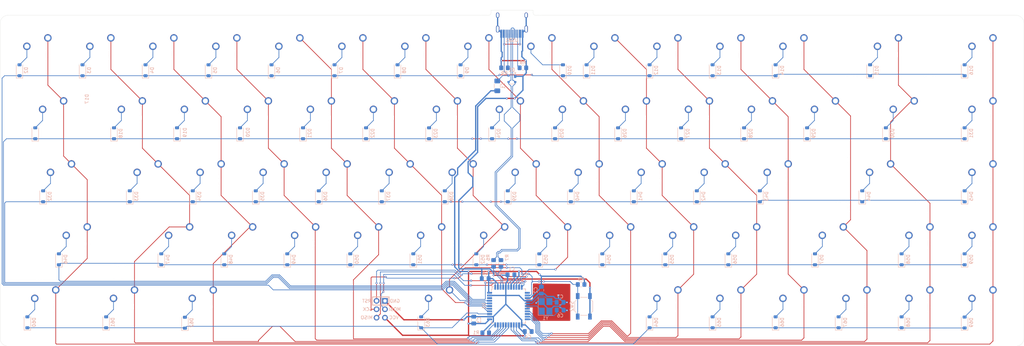
<source format=kicad_pcb>
(kicad_pcb (version 20241229) (generator "pcbnew") (generator_version "9.0")
  (layers (0 "F.Cu" signal) (2 "B.Cu" signal) (13 "F.Paste" user) (15 "B.Paste" user) (5 "F.SilkS" user "F.Silkscreen") (7 "B.SilkS" user "B.Silkscreen") (1 "F.Mask" user) (3 "B.Mask" user) (25 "Edge.Cuts" user))
  (net 0 "")
  (net 1 "GND")
  (net 2 "Net-(U1-UCAP)")
  (net 3 "+5V")
  (net 4 "Net-(U1-XTAL1)")
  (net 5 "DN")
  (net 6 "VCC")
  (net 7 "row0")
  (net 8 "Net-(D2-A)")
  (net 9 "Net-(D3-A)")
  (net 10 "Net-(D4-A)")
  (net 11 "Net-(D5-A)")
  (net 12 "Net-(D6-A)")
  (net 13 "Net-(D7-A)")
  (net 14 "Net-(D8-A)")
  (net 15 "Net-(D9-A)")
  (net 16 "Net-(D10-A)")
  (net 17 "Net-(D11-A)")
  (net 18 "Net-(D12-A)")
  (net 19 "Net-(D13-A)")
  (net 20 "Net-(D14-A)")
  (net 21 "Net-(D15-A)")
  (net 22 "Net-(D16-A)")
  (net 23 "Net-(D17-A)")
  (net 24 "row1")
  (net 25 "Net-(D18-A)")
  (net 26 "Net-(D19-A)")
  (net 27 "Net-(D20-A)")
  (net 28 "Net-(D21-A)")
  (net 29 "Net-(D22-A)")
  (net 30 "Net-(D23-A)")
  (net 31 "Net-(D24-A)")
  (net 32 "Net-(D25-A)")
  (net 33 "Net-(D26-A)")
  (net 34 "Net-(D27-A)")
  (net 35 "Net-(D28-A)")
  (net 36 "Net-(D29-A)")
  (net 37 "Net-(D30-A)")
  (net 38 "Net-(D31-A)")
  (net 39 "Net-(D32-A)")
  (net 40 "row2")
  (net 41 "Net-(D33-A)")
  (net 42 "Net-(D34-A)")
  (net 43 "Net-(D35-A)")
  (net 44 "Net-(D36-A)")
  (net 45 "Net-(D37-A)")
  (net 46 "Net-(D38-A)")
  (net 47 "Net-(D39-A)")
  (net 48 "Net-(D40-A)")
  (net 49 "Net-(D41-A)")
  (net 50 "Net-(D42-A)")
  (net 51 "Net-(D43-A)")
  (net 52 "Net-(D44-A)")
  (net 53 "Net-(D45-A)")
  (net 54 "Net-(D46-A)")
  (net 55 "row3")
  (net 56 "Net-(D47-A)")
  (net 57 "Net-(D48-A)")
  (net 58 "Net-(D49-A)")
  (net 59 "Net-(D50-A)")
  (net 60 "Net-(D51-A)")
  (net 61 "Net-(D52-A)")
  (net 62 "Net-(D53-A)")
  (net 63 "Net-(D54-A)")
  (net 64 "Net-(D55-A)")
  (net 65 "Net-(D56-A)")
  (net 66 "Net-(D57-A)")
  (net 67 "Net-(D58-A)")
  (net 68 "Net-(D59-A)")
  (net 69 "row4")
  (net 70 "Net-(D60-A)")
  (net 71 "Net-(D61-A)")
  (net 72 "Net-(D62-A)")
  (net 73 "Net-(D63-A)")
  (net 74 "Net-(D64-A)")
  (net 75 "Net-(D65-A)")
  (net 76 "Net-(D66-A)")
  (net 77 "Net-(D67-A)")
  (net 78 "Net-(D68-A)")
  (net 79 "Net-(D69-A)")
  (net 80 "SCK")
  (net 81 "MISO")
  (net 82 "RESET")
  (net 83 "MOSI")
  (net 84 "Net-(U1-~{HWB}{slash}PE2)")
  (net 85 "D-")
  (net 86 "D+")
  (net 87 "Net-(USB1-CC2)")
  (net 88 "Net-(USB1-CC1)")
  (net 89 "col0")
  (net 90 "col1")
  (net 91 "col2")
  (net 92 "col3")
  (net 93 "col4")
  (net 94 "col5")
  (net 95 "col6")
  (net 96 "col7")
  (net 97 "col8")
  (net 98 "col9")
  (net 99 "col10")
  (net 100 "col11")
  (net 101 "col12")
  (net 102 "col13")
  (net 103 "col14")
  (net 109 "Net-(U1-XTAL2)")
  (net 110 "DP")
  (footprint "MX_Only:MXOnly-1.25U-NoLED" (layer "F.Cu") (at 103.98125 149.225)
    (property "Reference" "SW61")
    (property "Value" "WIN")
  )
  (footprint "MX_Only:MXOnly-1U-NoLED" (layer "F.Cu") (at 220.6625 92.075)
    (property "Reference" "SW24")
    (property "Value" "U")
  )
  (footprint "MX_Only:MXOnly-1U-NoLED" (layer "F.Cu") (at 258.7625 92.075)
    (property "Reference" "SW26")
    (property "Value" "O")
  )
  (footprint "MX_Only:MXOnly-1U-NoLED" (layer "F.Cu") (at 277.8125 92.075)
    (property "Reference" "SW27")
    (property "Value" "P")
  )
  (footprint "MX_Only:MXOnly-1U-NoLED" (layer "F.Cu") (at 263.525 111.125)
    (property "Reference" "SW41")
    (property "Value" "L")
  )
  (footprint "MX_Only:MXOnly-1U-NoLED" (layer "F.Cu") (at 325.4375 149.225)
    (property "Reference" "SW67")
    (property "Value" "LEFT")
  )
  (footprint "MX_Only:MXOnly-1U-NoLED" (layer "F.Cu") (at 292.1 130.175)
    (property "Reference" "SW56")
    (property "Value" "/?")
  )
  (footprint "MX_Only:MXOnly-1U-NoLED" (layer "F.Cu") (at 215.9 130.175)
    (property "Reference" "SW52")
    (property "Value" "N")
  )
  (footprint "MX_Only:MXOnly-1U-NoLED" (layer "F.Cu") (at 282.575 111.125)
    (property "Reference" "SW42")
    (property "Value" ";:")
  )
  (footprint "MX_Only:MXOnly-1U-NoLED" (layer "F.Cu") (at 96.8375 73.025)
    (property "Reference" "SW3")
    (property "Value" "#1")
  )
  (footprint "MX_Only:MXOnly-1U-NoLED" (layer "F.Cu") (at 344.4875 149.225)
    (property "Reference" "SW68")
    (property "Value" "DOWN")
  )
  (footprint "MX_Only:MXOnly-1U-NoLED" (layer "F.Cu") (at 363.5375 130.175)
    (property "Reference" "SW59")
    (property "Value" "DEL")
  )
  (footprint "MX_Only:MXOnly-1U-NoLED" (layer "F.Cu") (at 363.5375 92.075)
    (property "Reference" "SW31")
    (property "Value" "NEXT")
  )
  (footprint "MX_Only:MXOnly-1U-NoLED" (layer "F.Cu") (at 130.175 111.125)
    (property "Reference" "SW34")
    (property "Value" "S")
  )
  (footprint "MX_Only:MXOnly-1U-NoLED" (layer "F.Cu") (at 363.5375 73.025)
    (property "Reference" "SW16")
    (property "Value" "PAUSE")
  )
  (footprint "MX_Only:MXOnly-1U-NoLED" (layer "F.Cu") (at 306.3875 149.225)
    (property "Reference" "SW66")
    (property "Value" "CTRL")
  )
  (footprint "MX_Only:MXOnly-1U-NoLED" (layer "F.Cu") (at 153.9875 73.025)
    (property "Reference" "SW6")
    (property "Value" "#4")
  )
  (footprint "MX_Only:MXOnly-1U-NoLED" (layer "F.Cu") (at 106.3625 92.075)
    (property "Reference" "SW18")
    (property "Value" "Q")
  )
  (footprint "MX_Only:MXOnly-1U-NoLED" (layer "F.Cu") (at 192.0875 73.025)
    (property "Reference" "SW8")
    (property "Value" "#6")
  )
  (footprint "MX_Only:MXOnly-1U-NoLED" (layer "F.Cu") (at 182.5625 92.075)
    (property "Reference" "SW22")
    (property "Value" "T")
  )
  (footprint "MX_Only:MXOnly-1U-NoLED" (layer "F.Cu") (at 244.475 111.125)
    (property "Reference" "SW40")
    (property "Value" "K")
  )
  (footprint "MX_Only:MXOnly-1U-NoLED" (layer "F.Cu") (at 234.95 130.175)
    (property "Reference" "SW53")
    (property "Value" "M")
  )
  (footprint "MX_Only:MXOnly-2U-NoLED" (layer "F.Cu") (at 334.9625 73.025)
    (property "Reference" "SW15")
    (property "Value" "BSPC")
  )
  (footprint "MX_Only:MXOnly-1U-NoLED" (layer "F.Cu") (at 211.1375 73.025)
    (property "Reference" "SW9")
    (property "Value" "#7")
  )
  (footprint "MX_Only:MXOnly-1U-NoLED" (layer "F.Cu") (at 144.4625 92.075)
    (property "Reference" "SW20")
    (property "Value" "E")
  )
  (footprint "MX_Only:MXOnly-1U-NoLED" (layer "F.Cu") (at 139.7 130.175)
    (property "Reference" "SW48")
    (property "Value" "X")
  )
  (footprint "MX_Only:MXOnly-1U-NoLED" (layer "F.Cu") (at 344.4875 130.175)
    (property "Reference" "SW58")
    (property "Value" "UP")
  )
  (footprint "MX_Only:MXOnly-1.25U-NoLED" (layer "F.Cu") (at 80.16875 149.225)
    (property "Reference" "SW60")
    (property "Value" "CTRL")
  )
  (footprint "MX_Only:MXOnly-1U-NoLED" (layer "F.Cu") (at 206.375 111.125)
    (property "Reference" "SW38")
    (property "Value" "H")
  )
  (footprint "MX_Only:MXOnly-1U-NoLED" (layer "F.Cu") (at 254 130.175)
    (property "Reference" "SW54")
    (property "Value" ",<")
  )
  (footprint "MX_Only:MXOnly-1U-NoLED" (layer "F.Cu") (at 287.3375 149.225)
    (property "Reference" "SW65")
    (property "Value" "FN")
  )
  (footprint "MX_Only:MXOnly-1U-NoLED" (layer "F.Cu") (at 249.2375 73.025)
    (property "Reference" "SW11")
    (property "Value" "#9")
  )
  (footprint "MX_Only:MXOnly-1U-NoLED" (layer "F.Cu") (at 173.0375 73.025)
    (property "Reference" "SW7")
    (property "Value" "#5")
  )
  (footprint "MX_Only:MXOnly-1U-NoLED" (layer "F.Cu") (at 268.2875 73.025)
    (property "Reference" "SW12")
    (property "Value" "#0")
  )
  (footprint "MX_Only:MXOnly-1U-NoLED" (layer "F.Cu") (at 187.325 111.125)
    (property "Reference" "SW37")
    (property "Value" "G")
  )
  (footprint "MX_Only:MXOnly-1U-NoLED" (layer "F.Cu") (at 287.3375 73.025)
    (property "Reference" "SW13")
    (property "Value" "-_")
  )
  (footprint "MX_Only:MXOnly-1U-NoLED" (layer "F.Cu") (at 196.85 130.175)
    (property "Reference" "SW51")
    (property "Value" "B")
  )
  (footprint "MX_Only:MXOnly-1U-NoLED" (layer "F.Cu") (at 120.65 130.175)
    (property "Reference" "SW47")
    (property "Value" "Z")
  )
  (footprint "MX_Only:MXOnly-1U-NoLED" (layer "F.Cu") (at 315.9125 92.075)
    (property "Reference" "SW29")
    (property "Value" "]}")
  )
  (footprint "MX_Only:MXOnly-1U-NoLED" (layer "F.Cu") (at 163.5125 92.075)
    (property "Reference" "SW21")
    (property "Value" "R")
  )
  (footprint "MX_Only:MXOnly-1.5U-NoLED" (layer "F.Cu") (at 339.725 92.075)
    (property "Reference" "SW30")
    (property "Value" "\\|")
  )
  (footprint "MX_Only:MXOnly-1U-NoLED" (layer "F.Cu") (at 111.125 111.125)
    (property "Reference" "SW33")
    (property "Value" "A")
  )
  (footprint "MX_Only:MXOnly-1U-NoLED" (layer "F.Cu") (at 149.225 111.125)
    (property "Reference" "SW35")
    (property "Value" "D")
  )
  (footprint "MX_Only:MXOnly-2.25U-NoLED" (layer "F.Cu") (at 332.58125 111.125)
    (property "Reference" "SW44")
    (property "Value" "ENTR")
  )
  (footprint "MX_Only:MXOnly-1U-NoLED" (layer "F.Cu") (at 363.5375 111.125)
    (property "Reference" "SW45")
    (property "Value" "PRVS")
  )
  (footprint "MX_Only:MXOnly-1U-NoLED" (layer "F.Cu") (at 306.3875 73.025)
    (property "Reference" "SW14")
    (property "Value" "=+")
  )
  (footprint "MX_Only:MXOnly-1U-NoLED" (layer "F.Cu") (at 201.6125 92.075)
    (property "Reference" "SW23")
    (property "Value" "Y")
  )
  (footprint "MX_Only:MXOnly-1.75U-NoLED" (layer "F.Cu") (at 84.93125 111.125)
    (property "Reference" "SW32")
    (property "Value" "CPSLCK")
  )
  (footprint "MX_Only:MXOnly-1U-NoLED" (layer "F.Cu") (at 158.75 130.175)
    (property "Reference" "SW49")
    (property "Value" "C")
  )
  (footprint "MX_Only:MXOnly-1U-NoLED" (layer "F.Cu") (at 77.7875 73.025)
    (property "Reference" "SW1")
    (property "Value" "`~")
  )
  (footprint "MX_Only:MXOnly-1U-NoLED" (layer "F.Cu") (at 115.8875 73.025)
    (property "Reference" "SW4")
    (property "Value" "#2")
  )
  (footprint "MX_Only:MXOnly-6.25U-NoLED" (layer "F.Cu") (at 199.23125 149.225)
    (property "Reference" "SW63")
    (property "Value" "SPC")
  )
  (footprint "MX_Only:MXOnly-1U-NoLED" (layer "F.Cu") (at 268.2875 149.225)
    (property "Reference" "SW64")
    (property "Value" "ALT")
  )
  (footprint "MX_Only:MXOnly-1U-NoLED" (layer "F.Cu") (at 301.625 111.125)
    (property "Reference" "SW43")
    (property "Value" "'\"")
  )
  (footprint "MX_Only:MXOnly-1U-NoLED" (layer "F.Cu") (at 239.7125 92.075)
    (property "Reference" "SW25")
    (property "Value" "I")
  )
  (footprint "MX_Only:MXOnly-1U-NoLED" (layer "F.Cu") (at 273.05 130.175)
    (property "Reference" "SW55")
    (property "Value" ".>")
  )
  (footprint "MX_Only:MXOnly-1U-NoLED" (layer "F.Cu") (at 177.8 130.175)
    (property "Reference" "SW50")
    (property "Value" "V")
  )
  (footprint "MX_Only:MXOnly-1U-NoLED" (layer "F.Cu") (at 296.8625 92.075)
    (property "Reference" "SW28")
    (property "Value" "[{")
  )
  (footprint "MX_Only:MXOnly-1.75U-NoLED" (layer "F.Cu") (at 318.29375 130.175)
    (property "Reference" "SW57")
    (property "Value" "SHFT")
  )
  (footprint "MX_Only:MXOnly-1U-NoLED" (layer "F.Cu") (at 363.5375 149.225)
    (property "Reference" "SW69")
    (property "Value" "RIGHT")
  )
  (footprint "MX_Only:MXOnly-1U-NoLED" (layer "F.Cu") (at 134.9375 73.025)
    (property "Reference" "SW5")
    (property "Value" "#3")
  )
  (footprint "MX_Only:MXOnly-1U-NoLED" (layer "F.Cu") (at 225.425 111.125)
    (property "Reference" "SW39")
    (property "Value" "J")
  )
  (footprint "MX_Only:MXOnly-2.25U-NoLED" (layer "F.Cu") (at 89.69375 130.175)
    (property "Reference" "SW46")
    (property "Value" "SHFT")
  )
  (footprint "MX_Only:MXOnly-1.25U-NoLED" (layer "F.Cu") (at 127.79375 149.225)
    (property "Reference" "SW62")
    (property "Value" "ALT")
  )
  (footprint "MX_Only:MXOnly-1U-NoLED" (layer "F.Cu") (at 125.4125 92.075)
    (property "Reference" "SW19")
    (property "Value" "W")
  )
  (footprint "MX_Only:MXOnly-1U-NoLED" (layer "F.Cu") (at 230.1875 73.025)
    (property "Reference" "SW10")
    (property "Value" "#8")
  )
  (footprint "MX_Only:MXOnly-1U-NoLED" (layer "F.Cu") (at 168.275 111.125)
    (property "Reference" "SW36")
    (property "Value" "F")
  )
  (footprint "MX_Only:MXOnly-1.5U-NoLED" (layer "F.Cu") (at 82.55 92.075)
    (property "Reference" "SW17")
    (property "Value" "TAB")
  )
  (footprint "Diode_SMD:D_SOD-123" (layer "B.Cu") (at 209.8675 134.875 90)
    (property "Reference" "D52")
    (property "Value" "D")
  )
  (footprint "Diode_SMD:D_SOD-123" (layer "B.Cu") (at 236.06125 77.725 90)
    (property "Reference" "D10")
    (property "Value" "D")
  )
  (footprint "Diode_SMD:D_SOD-123" (layer "B.Cu") (at 257.4925 115.825 90)
    (property "Reference" "D41")
    (property "Value" "D")
  )
  (footprint "Diode_SMD:D_SOD-123" (layer "B.Cu") (at 121.76125 154.05 90)
    (property "Reference" "D62")
    (property "Value" "D")
  )
  (footprint "Diode_SMD:D_SOD-123" (layer "B.Cu") (at 319.405 153.925 90)
    (property "Reference" "D67")
    (property "Value" "D")
  )
  (footprint "Diode_SMD:D_SOD-123" (layer "B.Cu") (at 162.2425 115.825 90)
    (property "Reference" "D36")
    (property "Value" "D")
  )
  (footprint "Diode_SMD:D_SOD-123" (layer "B.Cu") (at 152.7175 134.875 90)
    (property "Reference" "D49")
    (property "Value" "D")
  )
  (footprint "Diode_SMD:D_SOD-123" (layer "B.Cu") (at 286.0675 134.875 90)
    (property "Reference" "D56")
    (property "Value" "D")
  )
  (footprint "Resistor_SMD:R_0805_2012Metric_Pad1.20x1.40mm_HandSolder" (layer "B.Cu") (at 241.554 142.494 180)
    (property "Reference" "R5")
    (property "Value" "10k")
  )
  (footprint "Diode_SMD:D_SOD-123" (layer "B.Cu") (at 114.6175 134.875 90)
    (property "Reference" "D47")
    (property "Value" "D")
  )
  (footprint "Capacitor_SMD:C_0805_2012Metric_Pad1.18x1.45mm_HandSolder" (layer "B.Cu") (at 235.2255 150.241 180)
    (property "Reference" "C6")
    (property "Value" "22pF")
  )
  (footprint "Diode_SMD:D_SOD-123" (layer "B.Cu") (at 290.83 96.775 90)
    (property "Reference" "D28")
    (property "Value" "D")
  )
  (footprint "Diode_SMD:D_SOD-123" (layer "B.Cu") (at 143.1925 115.825 90)
    (property "Reference" "D35")
    (property "Value" "D")
  )
  (footprint "Capacitor_SMD:C_0805_2012Metric_Pad1.18x1.45mm_HandSolder" (layer "B.Cu") (at 229.532 144.2212 -90)
    (property "Reference" "C2")
    (property "Value" "0.1uF")
  )
  (footprint "Diode_SMD:D_SOD-123" (layer "B.Cu") (at 147.955 77.725 90)
    (property "Reference" "D6")
    (property "Value" "D")
  )
  (footprint "Diode_SMD:D_SOD-123" (layer "B.Cu") (at 312.26125 134.875 90)
    (property "Reference" "D57")
    (property "Value" "D")
  )
  (footprint "Diode_SMD:D_SOD-123" (layer "B.Cu") (at 176.53 96.775 90)
    (property "Reference" "D22")
    (property "Value" "D")
  )
  (footprint "Diode_SMD:D_SOD-123" (layer "B.Cu") (at 326.54875 115.825 90)
    (property "Reference" "D44")
    (property "Value" "D")
  )
  (footprint "Diode_SMD:D_SOD-123" (layer "B.Cu") (at 295.5925 115.825 90)
    (property "Reference" "D43")
    (property "Value" "D")
  )
  (footprint "Diode_SMD:D_SOD-123" (layer "B.Cu") (at 90.805 77.725 90)
    (property "Reference" "D3")
    (property "Value" "D")
  )
  (footprint "Diode_SMD:D_SOD-123" (layer "B.Cu") (at 357.505 77.725 90)
    (property "Reference" "D16")
    (property "Value" "D")
  )
  (footprint "Diode_SMD:D_SOD-123" (layer "B.Cu") (at 309.88 96.775 90)
    (property "Reference" "D29")
    (property "Value" "D")
  )
  (footprint "Diode_SMD:D_SOD-123" (layer "B.Cu") (at 105.0925 115.825 90)
    (property "Reference" "D33")
    (property "Value" "D")
  )
  (footprint "Diode_SMD:D_SOD-123" (layer "B.Cu") (at 357.505 115.825 90)
    (property "Reference" "D45")
    (property "Value" "D")
  )
  (footprint "Diode_SMD:D_SOD-123" (layer "B.Cu") (at 357.505 96.775 90)
    (property "Reference" "D31")
    (property "Value" "D")
  )
  (footprint "Diode_SMD:D_SOD-123" (layer "B.Cu") (at 338.455 153.925 90)
    (property "Reference" "D68")
    (property "Value" "D")
  )
  (footprint "Diode_SMD:D_SOD-123" (layer "B.Cu") (at 333.6925 96.775 90)
    (property "Reference" "D30")
    (property "Value" "D")
  )
  (footprint "Diode_SMD:D_SOD-123" (layer "B.Cu") (at 83.66125 134.875 90)
    (property "Reference" "D46")
    (property "Value" "D")
  )
  (footprint "Diode_SMD:D_SOD-123" (layer "B.Cu") (at 128.905 77.725 90)
    (property "Reference" "D5")
    (property "Value" "D")
  )
  (footprint "Diode_SMD:D_SOD-123" (layer "B.Cu") (at 200.3425 115.825 90)
    (property "Reference" "D38")
    (property "Value" "D")
  )
  (footprint "Diode_SMD:D_SOD-123" (layer "B.Cu") (at 124.1425 115.825 90)
    (property "Reference" "D34")
    (property "Value" "D")
  )
  (footprint "Package_TO_SOT_SMD:SOT-143" (layer "B.Cu") (at 220.6244 80.3148 180)
    (property "Reference" "D1")
    (property "Value" "PRTR5V0U2X")
  )
  (footprint "Capacitor_SMD:C_0805_2012Metric_Pad1.18x1.45mm_HandSolder" (layer "B.Cu") (at 235.2001 147.9042 180)
    (property "Reference" "C7")
    (property "Value" "22pF")
  )
  (footprint "Diode_SMD:D_SOD-123" (layer "B.Cu") (at 276.5425 115.825 90)
    (property "Reference" "D42")
    (property "Value" "D")
  )
  (footprint "Diode_SMD:D_SOD-123" (layer "B.Cu") (at 357.505 153.9875 90)
    (property "Reference" "D69")
    (property "Value" "D")
  )
  (footprint "Button_Switch_SMD:SW_SPST_SKQG_WithStem" (layer "B.Cu") (at 242.371 149.098 -90)
    (property "Reference" "SW2")
    (property "Value" "SW_Push_Reset")
  )
  (footprint "Diode_SMD:D_SOD-123" (layer "B.Cu") (at 267.0175 134.875 90)
    (property "Reference" "D55")
    (property "Value" "D")
  )
  (footprint "Diode_SMD:D_SOD-123" (layer "B.Cu") (at 214.63 96.775 90)
    (property "Reference" "D24")
    (property "Value" "D")
  )
  (footprint "Diode_SMD:D_SOD-123" (layer "B.Cu") (at 195.58 96.775 90)
    (property "Reference" "D23")
    (property "Value" "D")
  )
  (footprint "Diode_SMD:D_SOD-123" (layer "B.Cu") (at 193.19875 153.925 90)
    (property "Reference" "D63")
    (property "Value" "D")
  )
  (footprint "random-keyboard-parts:Reset_Pretty-Mask" (layer "B.Cu") (at 180.975 149.987)
    (property "Reference" "J1")
    (property "Value" "AVR-ISP-6")
  )
  (footprint "Diode_SMD:D_SOD-123" (layer "B.Cu") (at 262.255 153.925 90)
    (property "Reference" "D64")
    (property "Value" "D")
  )
  (footprint "Diode_SMD:D_SOD-123" (layer "B.Cu") (at 238.4425 115.825 90)
    (property "Reference" "D40")
    (property "Value" "D")
  )
  (footprint "Diode_SMD:D_SOD-123" (layer "B.Cu") (at 281.305 77.725 90)
    (property "Reference" "D13")
    (property "Value" "D")
  )
  (footprint "Diode_SMD:D_SOD-123" (layer "B.Cu") (at 338.455 134.875 90)
    (property "Reference" "D58")
    (property "Value" "D")
  )
  (footprint "Diode_SMD:D_SOD-123" (layer "B.Cu") (at 74.13625 153.925 90)
    (property "Reference" "D60")
    (property "Value" "D")
  )
  (footprint "Fuse:Fuse_1206_3216Metric_Pad1.42x1.75mm_HandSolder" (layer "B.Cu") (at 216.2175 82.45 90)
    (property "Reference" "F1")
    (property "Value" "500m")
  )
  (footprint "Diode_SMD:D_SOD-123" (layer "B.Cu") (at 97.94875 153.925 90)
    (property "Reference" "D61")
    (property "Value" "D")
  )
  (footprint "Diode_SMD:D_SOD-123" (layer "B.Cu") (at 100.33 96.775 90)
    (property "Reference" "D18")
    (property "Value" "D")
  )
  (footprint "Capacitor_SMD:C_0805_2012Metric_Pad1.18x1.45mm_HandSolder" (layer "B.Cu") (at 212.555 140.7125 180)
    (property "Reference" "C5")
    (property "Value" "10uF")
  )
  (footprint "Capacitor_SMD:C_0805_2012Metric_Pad1.18x1.45mm_HandSolder" (layer "B.Cu") (at 225.552 156.718)
    (property "Reference" "C4")
    (property "Value" "0.1uF")
  )
  (footprint "Diode_SMD:D_SOD-123" (layer "B.Cu") (at 219.3925 115.825 90)
    (property "Reference" "D39")
    (property "Value" "D")
  )
  (footprint "Diode_SMD:D_SOD-123" (layer "B.Cu") (at 243.205 77.725 90)
    (property "Reference" "D11")
    (property "Value" "D")
  )
  (footprint "Capacitor_SMD:C_0805_2012Metric_Pad1.18x1.45mm_HandSolder" (layer "B.Cu") (at 209.0925 153.25 90)
    (property "Reference" "C3")
    (property "Value" "0.1uF")
  )
  (footprint "Diode_SMD:D_SOD-123" (layer "B.Cu") (at 247.9675 134.875 90)
    (property "Reference" "D54")
    (property "Value" "D")
  )
  (footprint "Diode_SMD:D_SOD-123" (layer "B.Cu") (at 300.355 77.725 90)
    (property "Reference" "D14")
    (property "Value" "D")
  )
  (footprint "Resistor_SMD:R_0805_2012Metric_Pad1.20x1.40mm_HandSolder" (layer "B.Cu") (at 218.3925 76.99375)
    (property "Reference" "R9")
    (property "Value" "5.1k")
  )
  (footprint "Diode_SMD:D_SOD-123" (layer "B.Cu") (at 190.8175 134.875 90)
    (property "Reference" "D51")
    (property "Value" "D")
  )
  (footprint "Diode_SMD:D_SOD-123" (layer "B.Cu") (at 133.6675 134.875 90)
    (property "Reference" "D48")
    (property "Value" "D")
  )
  (footprint "Diode_SMD:D_SOD-123" (layer "B.Cu") (at 300.355 153.925 90)
    (property "Reference" "D66")
    (property "Value" "D")
  )
  (footprint "Diode_SMD:D_SOD-123" (layer "B.Cu") (at 119.38 96.775 90)
    (property "Reference" "D19")
    (property "Value" "D")
  )
  (footprint "Diode_SMD:D_SOD-123" (layer "B.Cu") (at 138.43 96.775 90)
    (property "Reference" "D20")
    (property "Value" "D")
  )
  (footprint "Diode_SMD:D_SOD-123" (layer "B.Cu") (at 281.305 153.925 90)
    (property "Reference" "D65")
    (property "Value" "D")
  )
  (footprint "Diode_SMD:D_SOD-123" (layer "B.Cu") (at 78.89875 115.825 90)
    (property "Reference" "D32")
    (property "Value" "D")
  )
  (footprint "Diode_SMD:D_SOD-123" (layer "B.Cu") (at 167.005 77.725 90)
    (property "Reference" "D7")
    (property "Value" "D")
  )
  (footprint "Diode_SMD:D_SOD-123" (layer "B.Cu") (at 328.93 77.725 90)
    (property "Reference" "D15")
    (property "Value" "D")
  )
  (footprint "Package_QFP:TQFP-44_10x10mm_P0.8mm" (layer "B.Cu") (at 219.58625 149.0125 -90)
    (property "Reference" "U1")
    (property "Value" "ATmega32U4-A")
  )
  (footprint "Diode_SMD:D_SOD-123" (layer "B.Cu") (at 262.255 77.725 90)
    (property "Reference" "D12")
    (property "Value" "D")
  )
  (footprint "Diode_SMD:D_SOD-123" (layer "B.Cu") (at 186.055 77.725 90)
    (property "Reference" "D8")
    (property "Value" "D")
  )
  (footprint "Resistor_SMD:R_0805_2012Metric_Pad1.20x1.40mm_HandSolder" (layer "B.Cu") (at 215.0872 136.1264 -90)
    (property "Reference" "R6")
    (property "Value" "22")
  )
  (footprint "Diode_SMD:D_SOD-123" (layer "B.Cu") (at 76.5175 96.775 90)
    (property "Reference" "D17")
    (property "Value" "D")
  )
  (footprint "Diode_SMD:D_SOD-123" (layer "B.Cu") (at 271.78 96.775 90)
    (property "Reference" "D27")
    (property "Value" "D")
  )
  (footprint "Diode_SMD:D_SOD-123" (layer "B.Cu") (at 181.2925 115.825 90)
    (property "Reference" "D37")
    (property "Value" "D")
  )
  (footprint "Diode_SMD:D_SOD-123" (layer "B.Cu") (at 252.73 96.775 90)
    (property "Reference" "D26")
    (property "Value" "D")
  )
  (footprint "Diode_SMD:D_SOD-123" (layer "B.Cu") (at 357.505 134.875 90)
    (property "Reference" "D59")
    (property "Value" "D")
  )
  (footprint "Resistor_SMD:R_0805_2012Metric_Pad1.20x1.40mm_HandSolder" (layer "B.Cu") (at 212.709 157.099 180)
    (property "Reference" "R1")
    (property "Value" "10k")
  )
  (footprint "Diode_SMD:D_SOD-123" (layer "B.Cu") (at 71.755 77.725 90)
    (property "Reference" "D2")
    (property "Value" "D")
  )
  (footprint "Resistor_SMD:R_0805_2012Metric_Pad1.20x1.40mm_HandSolder" (layer "B.Cu") (at 223.94875 76.99375 180)
    (property "Reference" "R8")
    (property "Value" "5.1k")
  )
  (footprint "Diode_SMD:D_SOD-123" (layer "B.Cu") (at 205.105 77.725 90)
    (property "Reference" "D9")
    (property "Value" "D")
  )
  (footprint "Diode_SMD:D_SOD-123" (layer "B.Cu") (at 157.48 96.775 90)
    (property "Reference" "D21")
    (property "Value" "D")
  )
  (footprint "Diode_SMD:D_SOD-123" (layer "B.Cu") (at 228.9175 134.875 90)
    (property "Reference" "D53")
    (property "Value" "D")
  )
  (footprint "Capacitor_SMD:C_0805_2012Metric_Pad1.18x1.45mm_HandSolder" (layer "B.Cu") (at 220.345 139.573 180)
    (property "Reference" "C1")
    (property "Value" "1uF")
  )
  (footprint "Type-C:HRO-TYPE-C-31-M-12-HandSoldering" (layer "B.Cu") (at 220.62875 58.48)
    (property "Reference" "USB1")
    (property "Value" "HRO-TYPE-C-31-M-12")
  )
  (footprint "Diode_SMD:D_SOD-123" (layer "B.Cu") (at 233.68 96.775 90)
    (property "Reference" "D25")
    (property "Value" "D")
  )
  (footprint "Diode_SMD:D_SOD-123" (layer "B.Cu") (at 171.7675 134.875 90)
    (property "Reference" "D50")
    (property "Value" "D")
  )
  (footprint "Resistor_SMD:R_0805_2012Metric_Pad1.20x1.40mm_HandSolder" (layer "B.Cu") (at 217.3224 136.1264 -90)
    (property "Reference" "R7")
    (property "Value" "22")
  )
  (footprint "Crystal:Crystal_SMD_3225-4Pin_3.2x2.5mm_HandSoldering" (layer "B.Cu") (at 230.809 149.1002 90)
    (property "Reference" "Y1")
    (property "Value" "16MHz")
  )
  (footprint "Diode_SMD:D_SOD-123" (layer "B.Cu") (at 109.855 77.725 90)
    (property "Reference" "D4")
    (property "Value" "D")
  )
  (gr_line (start 214.3125 60.325) (end 214.3125 59.53125) (stroke (width 0.05)) (layer "Edge.Cuts"))
  (gr_arc (start 68.2625 161.13125) (mid 66.578702 160.433798) (end 65.88125 158.75) (stroke (width 0.05)) (layer "Edge.Cuts"))
  (gr_line (start 211.1375 61.11875) (end 213.51875 61.11875) (stroke (width 0.05)) (layer "Edge.Cuts"))
  (gr_line (start 65.88125 158.75) (end 65.88125 63.5) (stroke (width 0.05)) (layer "Edge.Cuts"))
  (gr_line (start 373.0625 61.11875) (end 229.39375 61.11875) (stroke (width 0.05)) (layer "Edge.Cuts"))
  (gr_line (start 227.0125 59.53125) (end 227.0125 60.316091) (stroke (width 0.05)) (layer "Edge.Cuts"))
  (gr_arc (start 65.88125 63.5) (mid 66.578702 61.816202) (end 68.2625 61.11875) (stroke (width 0.05)) (layer "Edge.Cuts"))
  (gr_arc (start 214.3125 60.325) (mid 214.080016 60.886266) (end 213.51875 61.11875) (stroke (width 0.05)) (layer "Edge.Cuts"))
  (gr_line (start 68.2625 61.11875) (end 211.1375 61.11875) (stroke (width 0.05)) (layer "Edge.Cuts"))
  (gr_arc (start 375.44375 158.75) (mid 374.746298 160.433798) (end 373.0625 161.13125) (stroke (width 0.05)) (layer "Edge.Cuts"))
  (gr_line (start 214.3125 59.53125) (end 227.0125 59.53125) (stroke (width 0.05)) (layer "Edge.Cuts"))
  (gr_line (start 227.80625 61.118749) (end 229.39375 61.11875) (stroke (width 0.05)) (layer "Edge.Cuts"))
  (gr_arc (start 373.0625 61.11875) (mid 374.746298 61.816202) (end 375.44375 63.5) (stroke (width 0.05)) (layer "Edge.Cuts"))
  (gr_arc (start 227.80625 61.11875) (mid 227.244984 60.886266) (end 227.0125 60.325) (stroke (width 0.05)) (layer "Edge.Cuts"))
  (gr_line (start 375.44375 158.75) (end 375.44375 63.5) (stroke (width 0.05)) (layer "Edge.Cuts"))
  (gr_line (start 148.43125 161.13125) (end 155.575 161.13125) (stroke (width 0.05)) (layer "Edge.Cuts"))
  (gr_line (start 148.43125 161.13125) (end 68.2625 161.13125) (stroke (width 0.05)) (layer "Edge.Cuts"))
  (gr_line (start 155.575 161.13125) (end 373.0625 161.13125) (stroke (width 0.05)) (layer "Edge.Cuts"))
  (segment (start 218.186 140.843) (end 217.4875 140.1445) (width 0.381) (layer "F.Cu") (net 1))
  (segment (start 187.96 153.162) (end 182.245 147.447) (width 0.381) (layer "F.Cu") (net 1))
  (segment (start 244.221 141.986) (end 243.078 140.843) (width 0.381) (layer "F.Cu") (net 1))
  (segment (start 244.221 143.383) (end 244.221 141.986) (width 0.381) (layer "F.Cu") (net 1))
  (segment (start 217.4875 140.1445) (end 217.4875 139.7) (width 0.381) (layer "F.Cu") (net 1))
  (segment (start 206.121 153.162) (end 187.96 153.162) (width 0.381) (layer "F.Cu") (net 1))
  (segment (start 217.4875 139.7) (end 217.505714 139.681786) (width 0.381) (layer "F.Cu") (net 1))
  (segment (start 221.488 86.233) (end 219.075 86.233) (width 0.381) (layer "F.Cu") (net 1))
  (segment (start 243.078 140.843) (end 218.186 140.843) (width 0.381) (layer "F.Cu") (net 1))
  (segment (start 217.3925 74.803) (end 224.663 74.803) (width 0.381) (layer "F.Cu") (net 1))
  (segment (start 215.10625 139.7) (end 217.4875 139.7) (width 0.381) (layer "F.Cu") (net 1))
  (segment (start 224.663 74.803) (end 224.742375 74.723625) (width 0.381) (layer "F.Cu") (net 1))
  (via (at 234.739 145.7452) (size 0.6) (drill 0.3) (layers "F.Cu" "B.Cu") (net 1))
  (via (at 221.488 86.233) (size 0.6) (drill 0.3) (layers "F.Cu" "B.Cu") (net 1))
  (via (at 215.10625 139.7) (size 0.6) (drill 0.3) (layers "F.Cu" "B.Cu") (net 1))
  (via (at 244.221 143.383) (size 0.6) (drill 0.3) (layers "F.Cu" "B.Cu") (net 1))
  (via (at 224.742375 74.723625) (size 0.6) (drill 0.3) (layers "F.Cu" "B.Cu") (net 1))
  (via (at 237.279 150.3172) (size 0.6) (drill 0.3) (layers "F.Cu" "B.Cu") (net 1))
  (via (at 219.075 86.233) (size 0.6) (drill 0.3) (layers "F.Cu" "B.Cu") (net 1))
  (via (at 237.279 147.9042) (size 0.6) (drill 0.3) (layers "F.Cu" "B.Cu") (net 1))
  (via (at 217.505714 139.681786) (size 0.6) (drill 0.3) (layers "F.Cu" "B.Cu") (net 1))
  (via (at 227.965 148.082) (size 0.6) (drill 0.3) (layers "F.Cu" "B.Cu") (net 1))
  (via (at 206.121 153.162) (size 0.6) (drill 0.3) (layers "F.Cu" "B.Cu") (net 1))
  (via (at 217.3925 74.803) (size 0.6) (drill 0.3) (layers "F.Cu" "B.Cu") (net 1))
  (segment (start 204.851 137.795) (end 211.328 137.795) (width 0.381) (layer "B.Cu") (net 1))
  (segment (start 229.36425 145.09095) (end 229.532 145.2587) (width 0.381) (layer "B.Cu") (net 1))
  (segment (start 215.02775 152.223) (end 215.01725 152.2125) (width 0.381) (layer "B.Cu") (net 1))
  (segment (start 228.389 147.6502) (end 227.881 148.1582) (width 0.381) (layer "B.Cu") (net 1))
  (segment (start 226.5895 156.6345) (end 224.6675 154.7125) (width 0.381) (layer "B.Cu") (net 1))
  (segment (start 223.58625 153.2435) (end 223.58625 154.7125) (width 0.381) (layer "B.Cu") (net 1))
  (segment (start 217.424 76.96225) (end 217.3925 76.99375) (width 0.381) (layer "B.Cu") (net 1))
  (segment (start 223.647 72.0415) (end 223.647 73.62825) (width 0.381) (layer "B.Cu") (net 1))
  (segment (start 229.659 147.6502) (end 228.389 147.6502) (width 0.381) (layer "B.Cu") (net 1))
  (segment (start 224.94875 76.99375) (end 224.94875 78.58125) (width 0.381) (layer "B.Cu") (net 1))
  (segment (start 218.821 141.986) (end 218.821 143.27775) (width 0.381) (layer "B.Cu") (net 1))
  (segment (start 204.5851 136.193971) (end 204.5405 136.238571) (width 0.381) (layer "B.Cu") (net 1))
  (segment (start 217.40375 71.98875) (end 217.678 72.263) (width 0.381) (layer "B.Cu") (net 1))
  (segment (start 211.328 137.795) (end 211.5175 137.795) (width 0.381) (layer "B.Cu") (net 1))
  (segment (start 231.3266 146.1262) (end 233.215 146.1262) (width 0.381) (layer "B.Cu") (net 1))
  (segment (start 223.9652 79.5648) (end 223.9652 83.7558) (width 0.381) (layer "B.Cu") (net 1))
  (segment (start 226.6025 147.4125) (end 228.7563 145.2587) (width 0.381) (layer "B.Cu") (net 1))
  (segment (start 231.959 150.4048) (end 233.2912 149.0726) (width 0.381) (layer "B.Cu") (net 1))
  (segment (start 222.80525 145.8125) (end 224.40525 147.4125) (width 0.381) (layer "B.Cu") (net 1))
  (segment (start 223.9652 83.7558) (end 221.488 86.233) (width 0.381) (layer "B.Cu") (net 1))
  (segment (start 204.5851 137.5291) (end 204.851 137.795) (width 0.381) (layer "B.Cu") (net 1))
  (segment (start 235.036 149.0726) (end 235.036 149.08335) (width 0.381) (layer "B.Cu") (net 1))
  (segment (start 217.3925 74.803) (end 217.3925 76.99375) (width 0.381) (layer "B.Cu") (net 1))
  (segment (start 208.8104 112.8687) (end 204.5851 117.094) (width 0.381) (layer "B.Cu") (net 1))
  (segment (start 215.02775 153.679) (end 215.02775 152.223) (width 0.381) (layer "B.Cu") (net 1))
  (segment (start 218.78625 143.3125) (end 218.78625 148.4435) (width 0.381) (layer "B.Cu") (net 1))
  (segment (start 217.40375 66.675) (end 217.424 66.69525) (width 0.381) (layer "B.Cu") (net 1))
  (segment (start 234.739 146.7612) (end 235.0946 146.7612) (width 0.381) (layer "B.Cu") (net 1))
  (segment (start 211.5175 137.795) (end 211.5175 140.7125) (width 0.381) (layer "B.Cu") (net 1))
  (segment (start 217.40375 66.355) (end 216.30875 65.26) (width 0.381) (layer "B.Cu") (net 1))
  (segment (start 204.5851 136.856029) (end 204.5851 137.5291) (width 0.381) (layer "B.Cu") (net 1))
  (segment (start 223.9652 79.5648) (end 221.6244 79.5648) (width 0.381) (layer "B.Cu") (net 1))
  (segment (start 235.0946 146.7612) (end 236.2376 147.9042) (width 0.381) (layer "B.Cu") (net 1))
  (segment (start 204.5405 136.811429) (end 204.5851 136.856029) (width 0.381) (layer "B.Cu") (net 1))
  (segment (start 217.40375 66.675) (end 217.40375 71.98875) (width 0.381) (layer "B.Cu") (net 1))
  (segment (start 215.10625 138.90625) (end 215.10625 139.7) (width 0.381) (layer "B.Cu") (net 1))
  (segment (start 236.263 150.241) (end 237.2028 150.241) (width 0.381) (layer "B.Cu") (net 1))
  (segment (start 233.85 146.7612) (end 234.739 146.7612) (width 0.381) (layer "B.Cu") (net 1))
  (segment (start 213.88625 145.8125) (end 222.80525 145.8125) (width 0.381) (layer "B.Cu") (net 1))
  (segment (start 212.786072 86.233) (end 210.259 88.760072) (width 0.381) (layer "B.Cu") (net 1))
  (segment (start 216.30875 65.26) (end 216.30875 61.08) (width 0.381) (layer "B.Cu") (net 1))
  (segment (start 231.959 150.2042) (end 231.959 150.5502) (width 0.381) (layer "B.Cu") (net 1))
  (segment (start 207.3985 108.704324) (end 208.8104 110.116224) (width 0.381) (layer "B.Cu") (net 1))
  (segment (start 209.0925 152.2125) (end 207.0705 152.2125) (width 0.381) (layer "B.Cu") (net 1))
  (segment (start 207.3985 105.416845) (end 207.3985 108.704324) (width 0.381) (layer "B.Cu") (net 1))
  (segment (start 208.8104 110.116224) (end 208.8104 112.8687) (width 0.381) (layer "B.Cu") (net 1))
  (segment (start 210.259 88.760072) (end 210.259 102.556345) (width 0.381) (layer "B.Cu") (net 1))
  (segment (start 219.329 141.478) (end 218.821 141.986) (width 0.381) (layer "B.Cu") (net 1))
  (segment (start 224.40525 147.4125) (end 225.28625 147.4125) (width 0.381) (layer "B.Cu") (net 1))
  (segment (start 213.995 137.795) (end 215.10625 138.90625) (width 0.381) (layer "B.Cu") (net 1))
  (segment (start 204.5851 117.094) (end 204.5851 136.193971) (width 0.381) (layer "B.Cu") (net 1))
  (segment (start 210.259 102.556345) (end 207.3985 105.416845) (width 0.381) (layer "B.Cu") (net 1))
  (segment (start 218.796214 139.681786) (end 218.905 139.573) (width 0.381) (layer "B.Cu") (net 1))
  (segment (start 217.3925 73.9455) (end 217.3925 74.803) (width 0.381) (layer "B.Cu") (net 1))
  (segment (start 230.4591 145.2587) (end 231.3266 146.1262) (width 0.381) (layer "B.Cu") (net 1))
  (segment (start 219.075 86.233) (end 212.786072 86.233) (width 0.381) (layer "B.Cu") (net 1))
  (segment (start 236.2376 147.9042) (end 237.279 147.9042) (width 0.381) (layer "B.Cu") (net 1))
  (segment (start 219.3075 139.573) (end 219.329 139.5945) (width 0.381) (layer "B.Cu") (net 1))
  (segment (start 223.85375 66.675) (end 223.85375 71.83475) (width 0.381) (layer "B.Cu") (net 1))
  (segment (start 231.959 150.5502) (end 231.959 150.4048) (width 0.381) (layer "B.Cu") (net 1))
  (segment (start 244.221 145.998) (end 244.221 152.198) (width 0.381) (layer "B.Cu") (net 1))
  (segment (start 226.5895 156.718) (end 226.5895 156.6345) (width 0.381) (layer "B.Cu") (net 1))
  (segment (start 235.036 149.08335) (end 236.24445 150.2918) (width 0.381) (layer "B.Cu") (net 1))
  (segment (start 233.2912 149.0726) (end 235.036 149.0726) (width 0.381) (layer "B.Cu") (net 1))
  (segment (start 219.329 139.5945) (end 219.329 141.478) (width 0.381) (layer "B.Cu") (net 1))
  (segment (start 223.85375 66.355) (end 224.94875 65.26) (width 0.381) (layer "B.Cu") (net 1))
  (segment (start 229.532 145.2587) (end 230.4591 145.2587) (width 0.381) (layer "B.Cu") (net 1))
  (segment (start 218.821 143.27775) (end 218.78625 143.3125) (width 0.381) (layer "B.Cu") (net 1))
  (segment (start 229.659 147.9042) (end 231.959 150.2042) (width 0.381) (layer "B.Cu") (net 1))
  (segment (start 236.24445 150.2918) (end 236.2552 150.2918) (width 0.381) (layer "B.Cu") (net 1))
  (segment (start 224.6675 154.7125) (end 223.58625 154.7125) (width 0.381) (layer "B.Cu") (net 1))
  (segment (start 218.905 139.573) (end 219.3075 139.573) (width 0.381) (layer "B.Cu") (net 1))
  (segment (start 234.739 146.7612) (end 234.739 145.7452) (width 0.381) (layer "B.Cu") (net 1))
  (segment (start 223.647 73.62825) (end 224.742375 74.723625) (width 0.381) (layer "B.Cu") (net 1))
  (segment (start 217.505714 139.681786) (end 218.796214 139.681786) (width 0.381) (layer "B.Cu") (net 1))
  (segment (start 225.28625 147.4125) (end 226.6025 147.4125) (width 0.381) (layer "B.Cu") (net 1))
  (segment (start 224.742375 74.723625) (end 224.94875 74.93) (width 0.381) (layer "B.Cu") (net 1))
  (segment (start 235.036 149.0726) (end 236.2552 147.8534) (width 0.381) (layer "B.Cu") (net 1))
  (segment (start 223.85375 71.83475) (end 223.647 72.0415) (width 0.381) (layer "B.Cu") (net 1))
  (segment (start 209.0925 152.2125) (end 213.88625 152.2125) (width 0.381) (layer "B.Cu") (net 1))
  (segment (start 224.94875 78.58125) (end 223.9652 79.5648) (width 0.381) (layer "B.Cu") (net 1))
  (segment (start 229.659 147.6502) (end 229.659 147.9042) (width 0.381) (layer "B.Cu") (net 1))
  (segment (start 211.328 137.795) (end 213.995 137.795) (width 0.381) (layer "B.Cu") (net 1))
  (segment (start 224.94875 74.93) (end 224.94875 76.99375) (width 0.381) (layer "B.Cu") (net 1))
  (segment (start 224.94875 65.26) (end 224.94875 61.08) (width 0.381) (layer "B.Cu") (net 1))
  (segment (start 223.85375 66.675) (end 223.85375 66.355) (width 0.381) (layer "B.Cu") (net 1))
  (segment (start 217.678 72.263) (end 217.678 73.66) (width 0.381) (layer "B.Cu") (net 1))
  (segment (start 217.40375 66.675) (end 217.40375 66.355) (width 0.381) (layer "B.Cu") (net 1))
  (segment (start 211.709 157.099) (end 211.709 156.99775) (width 0.381) (layer "B.Cu") (net 1))
  (segment (start 218.78625 148.4435) (end 215.01725 152.2125) (width 0.381) (layer "B.Cu") (net 1))
  (segment (start 217.678 73.66) (end 217.3925 73.9455) (width 0.381) (layer "B.Cu") (net 1))
  (segment (start 204.5405 136.238571) (end 204.5405 136.811429) (width 0.381) (layer "B.Cu") (net 1))
  (segment (start 228.7563 145.2587) (end 229.532 145.2587) (width 0.381) (layer "B.Cu") (net 1))
  (segment (start 218.78625 148.4435) (end 223.58625 153.2435) (width 0.381) (layer "B.Cu") (net 1))
  (segment (start 211.709 156.99775) (end 215.02775 153.679) (width 0.381) (layer "B.Cu") (net 1))
  (segment (start 237.2028 150.241) (end 237.279 150.3172) (width 0.381) (layer "B.Cu") (net 1))
  (segment (start 215.01725 152.2125) (end 213.88625 152.2125) (width 0.381) (layer "B.Cu") (net 1))
  (segment (start 244.221 143.383) (end 244.221 145.998) (width 0.381) (layer "B.Cu") (net 1))
  (segment (start 233.215 146.1262) (end 233.85 146.7612) (width 0.381) (layer "B.Cu") (net 1))
  (segment (start 207.0705 152.2125) (end 206.121 153.162) (width 0.381) (layer "B.Cu") (net 1))
  (segment (start 221.361 140.462) (end 219.58625 142.23675) (width 0.2) (layer "B.Cu") (net 2))
  (segment (start 221.3825 139.573) (end 221.361 139.5945) (width 0.2) (layer "B.Cu") (net 2))
  (segment (start 219.58625 142.23675) (end 219.58625 143.3125) (width 0.2) (layer "B.Cu") (net 2))
  (segment (start 221.361 139.5945) (end 221.361 140.462) (width 0.2) (layer "B.Cu") (net 2))
  (segment (start 228.092 138.557) (end 228.981 139.446) (width 0.381) (layer "F.Cu") (net 3))
  (segment (start 207.518 138.557) (end 213.614 138.557) (width 0.381) (layer "F.Cu") (net 3))
  (segment (start 207.518 157.861) (end 207.518 138.557) (width 0.381) (layer "F.Cu") (net 3))
  (segment (start 224.5145 157.988) (end 207.645 157.988) (width 0.381) (layer "F.Cu") (net 3))
  (segment (start 213.614 138.557) (end 222.758 138.557) (width 0.381) (layer "F.Cu") (net 3))
  (segment (start 187.579 157.861) (end 182.245 152.527) (width 0.381) (layer "F.Cu") (net 3))
  (segment (start 222.758 138.557) (end 228.092 138.557) (width 0.381) (layer "F.Cu") (net 3))
  (segment (start 207.645 157.988) (end 207.518 157.861) (width 0.381) (layer "F.Cu") (net 3))
  (segment (start 207.518 157.861) (end 187.579 157.861) (width 0.381) (layer "F.Cu") (net 3))
  (via (at 222.758 138.557) (size 0.6) (drill 0.3) (layers "F.Cu" "B.Cu") (net 3))
  (via (at 207.518 138.557) (size 0.6) (drill 0.3) (layers "F.Cu" "B.Cu") (net 3))
  (via (at 213.614 138.557) (size 0.6) (drill 0.3) (layers "F.Cu" "B.Cu") (net 3))
  (via (at 224.5145 157.988) (size 0.6) (drill 0.3) (layers "F.Cu" "B.Cu") (net 3))
  (via (at 228.981 139.446) (size 0.6) (drill 0.3) (layers "F.Cu" "B.Cu") (net 3))
  (via (at 207.518 154.305) (size 0.6) (drill 0.3) (layers "F.Cu" "B.Cu") (net 3))
  (segment (start 223.91075 156.718) (end 222.78625 155.5935) (width 0.381) (layer "B.Cu") (net 3))
  (segment (start 222.78625 155.5935) (end 222.78625 154.7125) (width 0.381) (layer "B.Cu") (net 3))
  (segment (start 224.5145 156.718) (end 223.91075 156.718) (width 0.381) (layer "B.Cu") (net 3))
  (segment (start 228.981 139.446) (end 229.532 139.997) (width 0.381) (layer "B.Cu") (net 3))
  (segment (start 241.47 139.997) (end 242.554 141.081) (width 0.381) (layer "B.Cu") (net 3))
  (segment (start 225.28625 146.6125) (end 226.16725 146.6125) (width 0.381) (layer "B.Cu") (net 3))
  (segment (start 216.2175 83.9375) (end 214.2585 83.9375) (width 0.381) (layer "B.Cu") (net 3))
  (segment (start 213.5925 144.71875) (end 213.88625 145.0125) (width 0.381) (layer "B.Cu") (net 3))
  (segment (start 222.758 139.954) (end 220.38625 142.32575) (width 0.381) (layer "B.Cu") (net 3))
  (segment (start 209.677 101.854) (end 204.216 107.315) (width 0.381) (layer "B.Cu") (net 3))
  (segment (start 204.216 109.22) (end 203.327 110.109) (width 0.381) (layer "B.Cu") (net 3))
  (segment (start 207.518 154.305) (end 209.075 154.305) (width 0.381) (layer "B.Cu") (net 3))
  (segment (start 209.075 154.305) (end 209.0925 154.2875) (width 0.381) (layer "B.Cu") (net 3))
  (segment (start 203.327 136.182071) (end 203.3835 136.238571) (width 0.381) (layer "B.Cu") (net 3))
  (segment (start 229.532 143.24775) (end 229.532 143.1837) (width 0.381) (layer "B.Cu") (net 3))
  (segment (start 222.758 138.557) (end 222.758 139.954) (width 0.381) (layer "B.Cu") (net 3))
  (segment (start 214.2585 83.9375) (end 209.677 88.519) (width 0.381) (layer "B.Cu") (net 3))
  (segment (start 229.532 139.997) (end 241.47 139.997) (width 0.381) (layer "B.Cu") (net 3))
  (segment (start 226.16725 146.6125) (end 229.532 143.24775) (width 0.381) (layer "B.Cu") (net 3))
  (segment (start 209.677 88.519) (end 209.677 101.854) (width 0.381) (layer "B.Cu") (net 3))
  (segment (start 204.216 107.315) (end 204.216 109.22) (width 0.381) (layer "B.Cu") (net 3))
  (segment (start 204.724 138.557) (end 207.518 138.557) (width 0.381) (layer "B.Cu") (net 3))
  (segment (start 203.327 110.109) (end 203.327 136.182071) (width 0.381) (layer "B.Cu") (net 3))
  (segment (start 203.327 137.16) (end 204.724 138.557) (width 0.381) (layer "B.Cu") (net 3))
  (segment (start 212.61125 154.2875) (end 213.88625 153.0125) (width 0.381) (layer "B.Cu") (net 3))
  (segment (start 213.614 140.691) (end 213.5925 140.7125) (width 0.381) (layer "B.Cu") (net 3))
  (segment (start 213.5925 140.7125) (end 214.79025 140.7125) (width 0.381) (layer "B.Cu") (net 3))
  (segment (start 213.5925 140.7125) (end 213.5925 144.71875) (width 0.381) (layer "B.Cu") (net 3))
  (segment (start 203.3835 136.811429) (end 203.327 136.867929) (width 0.381) (layer "B.Cu") (net 3))
  (segment (start 213.614 138.557) (end 213.614 140.691) (width 0.381) (layer "B.Cu") (net 3))
  (segment (start 209.0925 154.2875) (end 212.61125 154.2875) (width 0.381) (layer "B.Cu") (net 3))
  (segment (start 220.38625 142.32575) (end 220.38625 143.3125) (width 0.381) (layer "B.Cu") (net 3))
  (segment (start 242.554 141.081) (end 242.554 142.494) (width 0.381) (layer "B.Cu") (net 3))
  (segment (start 214.79025 140.7125) (end 216.38625 142.3085) (width 0.381) (layer "B.Cu") (net 3))
  (segment (start 229.532 139.997) (end 229.532 143.1837) (width 0.381) (layer "B.Cu") (net 3))
  (segment (start 224.5145 157.988) (end 224.5145 156.718) (width 0.381) (layer "B.Cu") (net 3))
  (segment (start 203.327 136.867929) (end 203.327 137.16) (width 0.381) (layer "B.Cu") (net 3))
  (segment (start 203.3835 136.238571) (end 203.3835 136.811429) (width 0.381) (layer "B.Cu") (net 3))
  (segment (start 216.38625 142.3085) (end 216.38625 143.3125) (width 0.381) (layer "B.Cu") (net 3))
  (segment (start 230.5826 151.9012) (end 233.3836 151.9012) (width 0.2) (layer "B.Cu") (net 4))
  (segment (start 229.659 150.5502) (end 229.659 150.9776) (width 0.2) (layer "B.Cu") (net 4))
  (segment (start 225.28625 149.0125) (end 228.1213 149.0125) (width 0.2) (layer "B.Cu") (net 4))
  (segment (start 233.3836 151.9012) (end 234.188 151.0968) (width 0.2) (layer "B.Cu") (net 4))
  (segment (start 228.1213 149.0125) (end 229.659 150.5502) (width 0.2) (layer "B.Cu") (net 4))
  (segment (start 229.659 150.9776) (end 230.5826 151.9012) (width 0.2) (layer "B.Cu") (net 4))
  (segment (start 234.188 151.0968) (end 234.188 150.241) (width 0.2) (layer "B.Cu") (net 4))
  (segment (start 220.87875 68.04625) (end 220.87875 66.675) (width 0.2) (layer "B.Cu") (net 5))
  (segment (start 219.6244 81.789801) (end 220.3994 82.564801) (width 0.2) (layer "B.Cu") (net 5))
  (segment (start 216.871289 132.5199) (end 216.411902 132.5199) (width 0.2) (layer "B.Cu") (net 5))
  (segment (start 215.0872 135.0264) (end 215.0872 135.1264) (width 0.2) (layer "B.Cu") (net 5))
  (segment (start 219.87875 66.675) (end 219.87875 68.152) (width 0.2) (layer "B.Cu") (net 5))
  (segment (start 218.3176 93.046289) (end 220.3994 95.128089) (width 0.2) (layer "B.Cu") (net 5))
  (segment (start 222.6854 131.377202) (end 222.156802 131.9058) (width 0.2) (layer "B.Cu") (net 5))
  (segment (start 215.5734 118.660398) (end 222.6854 125.772398) (width 0.2) (layer "B.Cu") (net 5))
  (segment (start 216.411902 132.5199) (end 215.9798 132.952002) (width 0.2) (layer "B.Cu") (net 5))
  (segment (start 220.3994 89.021911) (end 218.3176 91.103711) (width 0.2) (layer "B.Cu") (net 5))
  (segment (start 220.345 68.58) (end 220.345 80.772) (width 0.2) (layer "B.Cu") (net 5))
  (segment (start 220.3994 82.564801) (end 220.3994 89.021911) (width 0.2) (layer "B.Cu") (net 5))
  (segment (start 220.3994 95.128089) (end 220.3994 103.640402) (width 0.2) (layer "B.Cu") (net 5))
  (segment (start 219.87875 68.152) (end 220.30675 68.58) (width 0.2) (layer "B.Cu") (net 5))
  (segment (start 220.345 68.58) (end 220.87875 68.04625) (width 0.2) (layer "B.Cu") (net 5))
  (segment (start 217.485389 131.9058) (end 216.871289 132.5199) (width 0.2) (layer "B.Cu") (net 5))
  (segment (start 220.345 80.772) (end 220.1172 80.772) (width 0.2) (layer "B.Cu") (net 5))
  (segment (start 222.156802 131.9058) (end 217.485389 131.9058) (width 0.2) (layer "B.Cu") (net 5))
  (segment (start 220.30675 68.58) (end 220.345 68.58) (width 0.2) (layer "B.Cu") (net 5))
  (segment (start 222.6854 125.772398) (end 222.6854 131.377202) (width 0.2) (layer "B.Cu") (net 5))
  (segment (start 215.5734 108.466402) (end 215.5734 118.660398) (width 0.2) (layer "B.Cu") (net 5))
  (segment (start 215.9798 132.952002) (end 215.9798 134.1338) (width 0.2) (layer "B.Cu") (net 5))
  (segment (start 215.9798 134.1338) (end 215.0872 135.0264) (width 0.2) (layer "B.Cu") (net 5))
  (segment (start 220.3994 103.640402) (end 215.5734 108.466402) (width 0.2) (layer "B.Cu") (net 5))
  (segment (start 220.1172 80.772) (end 219.6244 81.2648) (width 0.2) (layer "B.Cu") (net 5))
  (segment (start 218.3176 91.103711) (end 218.3176 93.046289) (width 0.2) (layer "B.Cu") (net 5))
  (segment (start 219.6244 81.2648) (end 219.6244 81.789801) (width 0.2) (layer "B.Cu") (net 5))
  (segment (start 219.6611 81.3015) (end 219.6244 81.2648) (width 0.2) (layer "B.Cu") (net 5))
  (segment (start 223.04375 69.85) (end 218.2935 69.85) (width 0.2) (layer "F.Cu") (net 6))
  (via (at 223.04375 69.85) (size 0.6) (drill 0.3) (layers "F.Cu" "B.Cu") (net 6))
  (via (at 218.2935 69.85) (size 0.6) (drill 0.3) (layers "F.Cu" "B.Cu") (net 6))
  (segment (start 219.6244 79.3648) (end 217.8152 79.3648) (width 0.2) (layer "B.Cu") (net 6))
  (segment (start 218.17875 66.675) (end 218.2935 66.78975) (width 0.2) (layer "B.Cu") (net 6))
  (segment (start 218.2935 78.0339) (end 219.6244 79.3648) (width 0.2) (layer "B.Cu") (net 6))
  (segment (start 223.07875 69.815) (end 223.04375 69.85) (width 0.2) (layer "B.Cu") (net 6))
  (segment (start 217.8152 79.3648) (end 216.2175 80.9625) (width 0.2) (layer "B.Cu") (net 6))
  (segment (start 218.2935 66.78975) (end 218.2935 69.85) (width 0.2) (layer "B.Cu") (net 6))
  (segment (start 223.07875 66.675) (end 223.07875 69.815) (width 0.2) (layer "B.Cu") (net 6))
  (segment (start 218.2935 69.85) (end 218.2935 78.0339) (width 0.2) (layer "B.Cu") (net 6))
  (segment (start 216.916 79.121) (end 226.695 79.121) (width 0.2) (layer "F.Cu") (net 7))
  (via (at 216.916 79.121) (size 0.6) (drill 0.3) (layers "F.Cu" "B.Cu") (net 7))
  (via (at 226.695 79.121) (size 0.6) (drill 0.3) (layers "F.Cu" "B.Cu") (net 7))
  (segment (start 148.4547 144.115) (end 199.784581 144.115) (width 0.2) (layer "B.Cu") (net 7))
  (segment (start 208.2321 148.229) (end 212.09 148.229) (width 0.2) (layer "B.Cu") (net 7))
  (segment (start 167.005 79.375) (end 186.055 79.375) (width 0.2) (layer "B.Cu") (net 7))
  (segment (start 71.755 79.375) (end 67.24425 79.375) (width 0.2) (layer "B.Cu") (net 7))
  (segment (start 329.3699 78.9351) (end 357.0651 78.9351) (width 0.2) (layer "B.Cu") (net 7))
  (segment (start 67.24425 79.375) (end 66.48225 80.137) (width 0.2) (layer "B.Cu") (net 7))
  (segment (start 243.205 79.375) (end 262.255 79.375) (width 0.2) (layer "B.Cu") (net 7))
  (segment (start 201.180581 142.719) (end 202.7221 142.719) (width 0.2) (layer "B.Cu") (net 7))
  (segment (start 226.949 79.375) (end 236.06125 79.375) (width 0.2) (layer "B.Cu") (net 7))
  (segment (start 199.784581 144.115) (end 201.180581 142.719) (width 0.2) (layer "B.Cu") (net 7))
  (segment (start 262.255 79.375) (end 281.305 79.375) (width 0.2) (layer "B.Cu") (net 7))
  (segment (start 128.905 79.375) (end 147.955 79.375) (width 0.2) (layer "B.Cu") (net 7))
  (segment (start 66.96125 142.719) (end 147.0587 142.719) (width 0.2) (layer "B.Cu") (net 7))
  (segment (start 236.06125 79.375) (end 243.205 79.375) (width 0.2) (layer "B.Cu") (net 7))
  (segment (start 212.09 148.229) (end 212.8735 149.0125) (width 0.2) (layer "B.Cu") (net 7))
  (segment (start 281.305 79.375) (end 300.355 79.375) (width 0.2) (layer "B.Cu") (net 7))
  (segment (start 300.7949 78.9351) (end 328.4901 78.9351) (width 0.2) (layer "B.Cu") (net 7))
  (segment (start 328.93 79.375) (end 329.3699 78.9351) (width 0.2) (layer "B.Cu") (net 7))
  (segment (start 147.0587 142.719) (end 148.4547 144.115) (width 0.2) (layer "B.Cu") (net 7))
  (segment (start 357.0651 78.9351) (end 357.505 79.375) (width 0.2) (layer "B.Cu") (net 7))
  (segment (start 216.662 79.375) (end 216.916 79.121) (width 0.2) (layer "B.Cu") (net 7))
  (segment (start 328.4901 78.9351) (end 328.93 79.375) (width 0.2) (layer "B.Cu") (net 7))
  (segment (start 90.805 79.375) (end 109.855 79.375) (width 0.2) (layer "B.Cu") (net 7))
  (segment (start 66.48225 80.137) (end 66.48225 142.24) (width 0.2) (layer "B.Cu") (net 7))
  (segment (start 66.48225 142.24) (end 66.96125 142.719) (width 0.2) (layer "B.Cu") (net 7))
  (segment (start 186.055 79.375) (end 205.105 79.375) (width 0.2) (layer "B.Cu") (net 7))
  (segment (start 147.955 79.375) (end 167.005 79.375) (width 0.2) (layer "B.Cu") (net 7))
  (segment (start 212.8735 149.0125) (end 213.88625 149.0125) (width 0.2) (layer "B.Cu") (net 7))
  (segment (start 71.755 79.375) (end 90.805 79.375) (width 0.2) (layer "B.Cu") (net 7))
  (segment (start 109.855 79.375) (end 128.905 79.375) (width 0.2) (layer "B.Cu") (net 7))
  (segment (start 205.105 79.375) (end 216.662 79.375) (width 0.2) (layer "B.Cu") (net 7))
  (segment (start 226.695 79.121) (end 226.949 79.375) (width 0.2) (layer "B.Cu") (net 7))
  (segment (start 300.355 79.375) (end 300.7949 78.9351) (width 0.2) (layer "B.Cu") (net 7))
  (segment (start 202.7221 142.719) (end 208.2321 148.229) (width 0.2) (layer "B.Cu") (net 7))
  (segment (start 73.9775 73.8525) (end 71.755 76.075) (width 0.2) (layer "B.Cu") (net 8))
  (segment (start 73.9775 70.485) (end 73.9775 73.8525) (width 0.2) (layer "B.Cu") (net 8))
  (segment (start 93.0275 73.8525) (end 90.805 76.075) (width 0.2) (layer "B.Cu") (net 9))
  (segment (start 93.0275 70.485) (end 93.0275 73.8525) (width 0.2) (layer "B.Cu") (net 9))
  (segment (start 112.0775 70.485) (end 112.0775 73.8525) (width 0.2) (layer "B.Cu") (net 10))
  (segment (start 112.0775 73.8525) (end 109.855 76.075) (width 0.2) (layer "B.Cu") (net 10))
  (segment (start 131.1275 73.8525) (end 128.905 76.075) (width 0.2) (layer "B.Cu") (net 11))
  (segment (start 131.1275 70.485) (end 131.1275 73.8525) (width 0.2) (layer "B.Cu") (net 11))
  (segment (start 150.1775 73.8525) (end 147.955 76.075) (width 0.2) (layer "B.Cu") (net 12))
  (segment (start 150.1775 70.485) (end 150.1775 73.8525) (width 0.2) (layer "B.Cu") (net 12))
  (segment (start 169.2275 70.485) (end 169.2275 73.8525) (width 0.2) (layer "B.Cu") (net 13))
  (segment (start 169.2275 73.8525) (end 167.005 76.075) (width 0.2) (layer "B.Cu") (net 13))
  (segment (start 188.2775 73.8525) (end 186.055 76.075) (width 0.2) (layer "B.Cu") (net 14))
  (segment (start 188.2775 70.485) (end 188.2775 73.8525) (width 0.2) (layer "B.Cu") (net 14))
  (segment (start 207.3275 73.8525) (end 205.105 76.075) (width 0.2) (layer "B.Cu") (net 15))
  (segment (start 207.3275 70.485) (end 207.3275 73.8525) (width 0.2) (layer "B.Cu") (net 15))
  (segment (start 226.3775 72.531189) (end 229.921311 76.075) (width 0.2) (layer "B.Cu") (net 16))
  (segment (start 226.3775 70.485) (end 226.3775 72.531189) (width 0.2) (layer "B.Cu") (net 16))
  (segment (start 229.921311 76.075) (end 236.06125 76.075) (width 0.2) (layer "B.Cu") (net 16))
  (segment (start 245.4275 73.8525) (end 243.205 76.075) (width 0.2) (layer "B.Cu") (net 17))
  (segment (start 245.4275 70.485) (end 245.4275 73.8525) (width 0.2) (layer "B.Cu") (net 17))
  (segment (start 264.4775 73.8525) (end 262.255 76.075) (width 0.2) (layer "B.Cu") (net 18))
  (segment (start 264.4775 70.485) (end 264.4775 73.8525) (width 0.2) (layer "B.Cu") (net 18))
  (segment (start 283.5275 73.8525) (end 281.305 76.075) (width 0.2) (layer "B.Cu") (net 19))
  (segment (start 283.5275 70.485) (end 283.5275 73.8525) (width 0.2) (layer "B.Cu") (net 19))
  (segment (start 302.5775 70.485) (end 302.5775 73.8525) (width 0.2) (layer "B.Cu") (net 20))
  (segment (start 302.5775 73.8525) (end 300.355 76.075) (width 0.2) (layer "B.Cu") (net 20))
  (segment (start 331.1525 73.8525) (end 328.93 76.075) (width 0.2) (layer "B.Cu") (net 21))
  (segment (start 331.1525 70.485) (end 331.1525 73.8525) (width 0.2) (layer "B.Cu") (net 21))
  (segment (start 359.7275 70.485) (end 359.7275 73.8525) (width 0.2) (layer "B.Cu") (net 22))
  (segment (start 359.7275 73.8525) (end 357.505 76.075) (width 0.2) (layer "B.Cu") (net 22))
  (segment (start 78.74 89.535) (end 78.74 92.9025) (width 0.2) (layer "B.Cu") (net 23))
  (segment (start 78.74 92.9025) (end 76.5175 95.125) (width 0.2) (layer "B.Cu") (net 23))
  (segment (start 208.661 98.425) (end 211.201 98.425) (width 0.2) (layer "F.Cu") (net 24))
  (segment (start 219.583 98.425) (end 222.123 98.425) (width 0.2) (layer "F.Cu") (net 24))
  (via (at 208.661 98.425) (size 0.6) (drill 0.3) (layers "F.Cu" "B.Cu") (net 24))
  (via (at 222.123 98.425) (size 0.6) (drill 0.3) (layers "F.Cu" "B.Cu") (net 24))
  (via (at 211.201 98.425) (size 0.6) (drill 0.3) (layers "F.Cu" "B.Cu") (net 24))
  (via (at 219.583 98.425) (size 0.6) (drill 0.3) (layers "F.Cu" "B.Cu") (net 24))
  (segment (start 195.58 98.425) (end 208.661 98.425) (width 0.2) (layer "B.Cu") (net 24))
  (segment (start 357.505 98.425) (end 333.6925 98.425) (width 0.2) (layer "B.Cu") (net 24))
  (segment (start 201.014481 142.318) (end 202.8882 142.318) (width 0.2) (layer "B.Cu") (net 24))
  (segment (start 100.33 98.425) (end 76.5175 98.425) (width 0.2) (layer "B.Cu") (net 24))
  (segment (start 176.53 98.425) (end 157.48 98.425) (width 0.2) (layer "B.Cu") (net 24))
  (segment (start 67.818 98.425) (end 66.88325 99.35975) (width 0.2) (layer "B.Cu") (net 24))
  (segment (start 138.43 98.425) (end 119.38 98.425) (width 0.2) (layer "B.Cu") (net 24))
  (segment (start 252.73 98.425) (end 233.68 98.425) (width 0.2) (layer "B.Cu") (net 24))
  (segment (start 148.4547 140.365) (end 150.017 140.365) (width 0.2) (layer "B.Cu") (net 24))
  (segment (start 222.123 98.425) (end 233.68 98.425) (width 0.2) (layer "B.Cu") (net 24))
  (segment (start 157.48 98.425) (end 138.43 98.425) (width 0.2) (layer "B.Cu") (net 24))
  (segment (start 150.017 140.365) (end 153.366 143.714) (width 0.2) (layer "B.Cu") (net 24))
  (segment (start 212.7285 148.2125) (end 213.88625 148.2125) (width 0.2) (layer "B.Cu") (net 24))
  (segment (start 309.88 98.425) (end 290.83 98.425) (width 0.2) (layer "B.Cu") (net 24))
  (segment (start 67.134 142.318) (end 146.5017 142.318) (width 0.2) (layer "B.Cu") (net 24))
  (segment (start 76.5175 98.425) (end 67.818 98.425) (width 0.2) (layer "B.Cu") (net 24))
  (segment (start 333.6925 98.425) (end 309.88 98.425) (width 0.2) (layer "B.Cu") (net 24))
  (segment (start 290.83 98.425) (end 271.78 98.425) (width 0.2) (layer "B.Cu") (net 24))
  (segment (start 211.201 98.425) (end 215.265 98.425) (width 0.2) (layer "B.Cu") (net 24))
  (segment (start 214.63 98.425) (end 219.583 98.425) (width 0.2) (layer "B.Cu") (net 24))
  (segment (start 212.344 147.828) (end 212.7285 148.2125) (width 0.2) (layer "B.Cu") (net 24))
  (segment (start 153.366 143.714) (end 199.618481 143.714) (width 0.2) (layer "B.Cu") (net 24))
  (segment (start 119.38 98.425) (end 100.33 98.425) (width 0.2) (layer "B.Cu") (net 24))
  (segment (start 202.8882 142.318) (end 208.3982 147.828) (width 0.2) (layer "B.Cu") (net 24))
  (segment (start 66.88325 142.06725) (end 67.134 142.318) (width 0.2) (layer "B.Cu") (net 24))
  (segment (start 66.88325 99.35975) (end 66.88325 142.06725) (width 0.2) (layer "B.Cu") (net 24))
  (segment (start 146.5017 142.318) (end 148.4547 140.365) (width 0.2) (layer "B.Cu") (net 24))
  (segment (start 199.618481 143.714) (end 201.014481 142.318) (width 0.2) (layer "B.Cu") (net 24))
  (segment (start 195.58 98.425) (end 176.53 98.425) (width 0.2) (layer "B.Cu") (net 24))
  (segment (start 208.3982 147.828) (end 212.344 147.828) (width 0.2) (layer "B.Cu") (net 24))
  (segment (start 271.78 98.425) (end 252.73 98.425) (width 0.2) (layer "B.Cu") (net 24))
  (segment (start 102.5525 92.9025) (end 100.33 95.125) (width 0.2) (layer "B.Cu") (net 25))
  (segment (start 102.5525 89.535) (end 102.5525 92.9025) (width 0.2) (layer "B.Cu") (net 25))
  (segment (start 121.6025 92.9025) (end 119.38 95.125) (width 0.2) (layer "B.Cu") (net 26))
  (segment (start 121.6025 89.535) (end 121.6025 92.9025) (width 0.2) (layer "B.Cu") (net 26))
  (segment (start 140.6525 92.9025) (end 138.43 95.125) (width 0.2) (layer "B.Cu") (net 27))
  (segment (start 140.6525 89.535) (end 140.6525 92.9025) (width 0.2) (layer "B.Cu") (net 27))
  (segment (start 159.7025 92.9025) (end 157.48 95.125) (width 0.2) (layer "B.Cu") (net 28))
  (segment (start 159.7025 89.535) (end 159.7025 92.9025) (width 0.2) (layer "B.Cu") (net 28))
  (segment (start 178.7525 92.9025) (end 176.53 95.125) (width 0.2) (layer "B.Cu") (net 29))
  (segment (start 178.7525 89.535) (end 178.7525 92.9025) (width 0.2) (layer "B.Cu") (net 29))
  (segment (start 197.8025 89.535) (end 197.8025 92.9025) (width 0.2) (layer "B.Cu") (net 30))
  (segment (start 197.8025 92.9025) (end 195.58 95.125) (width 0.2) (layer "B.Cu") (net 30))
  (segment (start 216.8525 92.9025) (end 214.63 95.125) (width 0.2) (layer "B.Cu") (net 31))
  (segment (start 216.8525 89.535) (end 216.8525 92.9025) (width 0.2) (layer "B.Cu") (net 31))
  (segment (start 235.9025 89.535) (end 235.9025 92.9025) (width 0.2) (layer "B.Cu") (net 32))
  (segment (start 235.9025 92.9025) (end 233.68 95.125) (width 0.2) (layer "B.Cu") (net 32))
  (segment (start 254.9525 92.9025) (end 252.73 95.125) (width 0.2) (layer "B.Cu") (net 33))
  (segment (start 254.9525 89.535) (end 254.9525 92.9025) (width 0.2) (layer "B.Cu") (net 33))
  (segment (start 274.0025 92.9025) (end 271.78 95.125) (width 0.2) (layer "B.Cu") (net 34))
  (segment (start 274.0025 89.535) (end 274.0025 92.9025) (width 0.2) (layer "B.Cu") (net 34))
  (segment (start 293.0525 92.9025) (end 290.83 95.125) (width 0.2) (layer "B.Cu") (net 35))
  (segment (start 293.0525 89.535) (end 293.0525 92.9025) (width 0.2) (layer "B.Cu") (net 35))
  (segment (start 312.1025 92.9025) (end 309.88 95.125) (width 0.2) (layer "B.Cu") (net 36))
  (segment (start 312.1025 89.535) (end 312.1025 92.9025) (width 0.2) (layer "B.Cu") (net 36))
  (segment (start 335.915 89.535) (end 335.915 92.9025) (width 0.2) (layer "B.Cu") (net 37))
  (segment (start 335.915 92.9025) (end 333.6925 95.125) (width 0.2) (layer "B.Cu") (net 37))
  (segment (start 359.7275 92.9025) (end 357.505 95.125) (width 0.2) (layer "B.Cu") (net 38))
  (segment (start 359.7275 89.535) (end 359.7275 92.9025) (width 0.2) (layer "B.Cu") (net 38))
  (segment (start 81.12125 108.585) (end 81.12125 111.9525) (width 0.2) (layer "B.Cu") (net 39))
  (segment (start 81.12125 111.9525) (end 78.89875 114.175) (width 0.2) (layer "B.Cu") (net 39))
  (segment (start 204.851 117.475) (end 205.613 117.475) (width 0.2) (layer "F.Cu") (net 40))
  (segment (start 202.184 117.475) (end 204.851 117.475) (width 0.2) (layer "F.Cu") (net 40))
  (segment (start 214.249 117.475) (end 217.297 117.475) (width 0.2) (layer "F.Cu") (net 40))
  (via (at 214.249 117.475) (size 0.6) (drill 0.3) (layers "F.Cu" "B.Cu") (net 40))
  (via (at 205.613 117.475) (size 0.6) (drill 0.3) (layers "F.Cu" "B.Cu") (net 40))
  (via (at 217.297 117.475) (size 0.6) (drill 0.3) (layers "F.Cu" "B.Cu") (net 40))
  (via (at 202.184 117.475) (size 0.6) (drill 0.3) (layers "F.Cu" "B.Cu") (net 40))
  (segment (start 78.89875 117.475) (end 67.691 117.475) (width 0.2) (layer "B.Cu") (net 40))
  (segment (start 296.0324 117.0351) (end 326.10885 117.0351) (width 0.2) (layer "B.Cu") (net 40))
  (segment (start 124.1425 117.475) (end 143.1925 117.475) (width 0.2) (layer "B.Cu") (net 40))
  (segment (start 67.28425 117.88175) (end 67.28425 141.90115) (width 0.2) (layer "B.Cu") (net 40))
  (segment (start 181.2925 117.475) (end 200.3425 117.475) (width 0.2) (layer "B.Cu") (net 40))
  (segment (start 67.3001 141.917) (end 146.3356 141.917) (width 0.2) (layer "B.Cu") (net 40))
  (segment (start 78.89875 117.475) (end 124.1425 117.475) (width 0.2) (layer "B.Cu") (net 40))
  (segment (start 257.4925 117.475) (end 276.5425 117.475) (width 0.2) (layer "B.Cu") (net 40))
  (segment (start 150.1831 139.964) (end 153.5321 143.313) (width 0.2) (layer "B.Cu") (net 40))
  (segment (start 200.848381 141.917) (end 203.0631 141.917) (width 0.2) (layer "B.Cu") (net 40))
  (segment (start 153.5321 143.313) (end 199.452381 143.313) (width 0.2) (layer "B.Cu") (net 40))
  (segment (start 326.54875 117.475) (end 326.98865 117.0351) (width 0.2) (layer "B.Cu") (net 40))
  (segment (start 208.5586 147.4125) (end 213.88625 147.4125) (width 0.2) (layer "B.Cu") (net 40))
  (segment (start 200.3425 117.475) (end 202.184 117.475) (width 0.2) (layer "B.Cu") (net 40))
  (segment (start 162.2425 117.475) (end 181.2925 117.475) (width 0.2) (layer "B.Cu") (net 40))
  (segment (start 203.0631 141.917) (end 208.5586 147.4125) (width 0.2) (layer "B.Cu") (net 40))
  (segment (start 143.1925 117.475) (end 162.2425 117.475) (width 0.2) (layer "B.Cu") (net 40))
  (segment (start 326.98865 117.0351) (end 357.0651 117.0351) (width 0.2) (layer "B.Cu") (net 40))
  (segment (start 67.691 117.475) (end 67.28425 117.88175) (width 0.2) (layer "B.Cu") (net 40))
  (segment (start 295.5925 117.475) (end 296.0324 117.0351) (width 0.2) (layer "B.Cu") (net 40))
  (segment (start 205.613 117.475) (end 214.249 117.475) (width 0.2) (layer "B.Cu") (net 40))
  (segment (start 148.2886 139.964) (end 150.1831 139.964) (width 0.2) (layer "B.Cu") (net 40))
  (segment (start 217.297 117.475) (end 219.3925 117.475) (width 0.2) (layer "B.Cu") (net 40))
  (segment (start 326.10885 117.0351) (end 326.54875 117.475) (width 0.2) (layer "B.Cu") (net 40))
  (segment (start 199.452381 143.313) (end 200.848381 141.917) (width 0.2) (layer "B.Cu") (net 40))
  (segment (start 219.3925 117.475) (end 238.4425 117.475) (width 0.2) (layer "B.Cu") (net 40))
  (segment (start 238.4425 117.475) (end 257.4925 117.475) (width 0.2) (layer "B.Cu") (net 40))
  (segment (start 146.3356 141.917) (end 148.2886 139.964) (width 0.2) (layer "B.Cu") (net 40))
  (segment (start 276.5425 117.475) (end 295.5925 117.475) (width 0.2) (layer "B.Cu") (net 40))
  (segment (start 67.28425 141.90115) (end 67.3001 141.917) (width 0.2) (layer "B.Cu") (net 40))
  (segment (start 357.0651 117.0351) (end 357.505 117.475) (width 0.2) (layer "B.Cu") (net 40))
  (segment (start 107.315 111.9525) (end 105.0925 114.175) (width 0.2) (layer "B.Cu") (net 41))
  (segment (start 107.315 108.585) (end 107.315 111.9525) (width 0.2) (layer "B.Cu") (net 41))
  (segment (start 126.365 111.9525) (end 124.1425 114.175) (width 0.2) (layer "B.Cu") (net 42))
  (segment (start 126.365 108.585) (end 126.365 111.9525) (width 0.2) (layer "B.Cu") (net 42))
  (segment (start 145.415 111.9525) (end 143.1925 114.175) (width 0.2) (layer "B.Cu") (net 43))
  (segment (start 145.415 108.585) (end 145.415 111.9525) (width 0.2) (layer "B.Cu") (net 43))
  (segment (start 164.465 111.9525) (end 162.2425 114.175) (width 0.2) (layer "B.Cu") (net 44))
  (segment (start 164.465 108.585) (end 164.465 111.9525) (width 0.2) (layer "B.Cu") (net 44))
  (segment (start 183.515 108.585) (end 183.515 111.9525) (width 0.2) (layer "B.Cu") (net 45))
  (segment (start 183.515 111.9525) (end 181.2925 114.175) (width 0.2) (layer "B.Cu") (net 45))
  (segment (start 202.565 111.9525) (end 200.3425 114.175) (width 0.2) (layer "B.Cu") (net 46))
  (segment (start 202.565 108.585) (end 202.565 111.9525) (width 0.2) (layer "B.Cu") (net 46))
  (segment (start 221.615 108.585) (end 221.615 111.9525) (width 0.2) (layer "B.Cu") (net 47))
  (segment (start 221.615 111.9525) (end 219.3925 114.175) (width 0.2) (layer "B.Cu") (net 47))
  (segment (start 240.665 111.9525) (end 238.4425 114.175) (width 0.2) (layer "B.Cu") (net 48))
  (segment (start 240.665 108.585) (end 240.665 111.9525) (width 0.2) (layer "B.Cu") (net 48))
  (segment (start 259.715 108.585) (end 259.715 111.9525) (width 0.2) (layer "B.Cu") (net 49))
  (segment (start 259.715 111.9525) (end 257.4925 114.175) (width 0.2) (layer "B.Cu") (net 49))
  (segment (start 278.765 111.9525) (end 276.5425 114.175) (width 0.2) (layer "B.Cu") (net 50))
  (segment (start 278.765 108.585) (end 278.765 111.9525) (width 0.2) (layer "B.Cu") (net 50))
  (segment (start 297.815 108.585) (end 297.815 111.9525) (width 0.2) (layer "B.Cu") (net 51))
  (segment (start 297.815 111.9525) (end 295.5925 114.175) (width 0.2) (layer "B.Cu") (net 51))
  (segment (start 328.77125 111.9525) (end 326.54875 114.175) (width 0.2) (layer "B.Cu") (net 52))
  (segment (start 328.77125 108.585) (end 328.77125 111.9525) (width 0.2) (layer "B.Cu") (net 52))
  (segment (start 359.7275 111.9525) (end 357.505 114.175) (width 0.2) (layer "B.Cu") (net 53))
  (segment (start 359.7275 108.585) (end 359.7275 111.9525) (width 0.2) (layer "B.Cu") (net 53))
  (segment (start 85.88375 131.0025) (end 83.66125 133.225) (width 0.2) (layer "B.Cu") (net 54))
  (segment (start 85.88375 127.635) (end 85.88375 131.0025) (width 0.2) (layer "B.Cu") (net 54))
  (segment (start 202.692 136.525) (end 205.232 136.525) (width 0.2) (layer "F.Cu") (net 55))
  (segment (start 214.283 141.986) (end 212.598 141.986) (width 0.2) (layer "F.Cu") (net 55))
  (segment (start 213.106 136.525) (end 218.948 136.525) (width 0.2) (layer "F.Cu") (net 55))
  (via (at 202.692 136.525) (size 0.6) (drill 0.3) (layers "F.Cu" "B.Cu") (net 55))
  (via (at 212.598 141.986) (size 0.6) (drill 0.3) (layers "F.Cu" "B.Cu") (net 55))
  (via (at 214.283 141.986) (size 0.6) (drill 0.3) (layers "F.Cu" "B.Cu") (net 55))
  (via (at 205.232 136.525) (size 0.6) (drill 0.3) (layers "F.Cu" "B.Cu") (net 55))
  (via (at 213.106 136.525) (size 0.6) (drill 0.3) (layers "F.Cu" "B.Cu") (net 55))
  (via (at 218.948 136.525) (size 0.6) (drill 0.3) (layers "F.Cu" "B.Cu") (net 55))
  (segment (start 247.9675 136.525) (end 228.9175 136.525) (width 0.2) (layer "B.Cu") (net 55))
  (segment (start 83.66125 136.525) (end 83.66125 141.06525) (width 0.2) (layer "B.Cu") (net 55))
  (segment (start 150.3492 139.563) (end 153.6982 142.912) (width 0.2) (layer "B.Cu") (net 55))
  (segment (start 205.232 136.525) (end 209.8675 136.525) (width 0.2) (layer "B.Cu") (net 55))
  (segment (start 153.6982 142.912) (end 199.286281 142.912) (width 0.2) (layer "B.Cu") (net 55))
  (segment (start 286.0675 136.525) (end 267.0175 136.525) (width 0.2) (layer "B.Cu") (net 55))
  (segment (start 146.1695 141.516) (end 148.1225 139.563) (width 0.2) (layer "B.Cu") (net 55))
  (segment (start 312.26125 136.525) (end 286.0675 136.525) (width 0.2) (layer "B.Cu") (net 55))
  (segment (start 267.0175 136.525) (end 247.9675 136.525) (width 0.2) (layer "B.Cu") (net 55))
  (segment (start 218.948 136.525) (end 228.9175 136.525) (width 0.2) (layer "B.Cu") (net 55))
  (segment (start 114.6175 136.525) (end 114.1776 136.0851) (width 0.2) (layer "B.Cu") (net 55))
  (segment (start 338.455 136.525) (end 312.26125 136.525) (width 0.2) (layer "B.Cu") (net 55))
  (segment (start 199.286281 142.912) (end 200.682281 141.516) (width 0.2) (layer "B.Cu") (net 55))
  (segment (start 212.598 146.8845) (end 212.471 147.0115) (width 0.2) (layer "B.Cu") (net 55))
  (segment (start 148.1225 139.563) (end 150.3492 139.563) (width 0.2) (layer "B.Cu") (net 55))
  (segment (start 203.2292 141.516) (end 208.7247 147.0115) (width 0.2) (layer "B.Cu") (net 55))
  (segment (start 84.112 141.516) (end 146.1695 141.516) (width 0.2) (layer "B.Cu") (net 55))
  (segment (start 171.7675 136.525) (end 152.7175 136.525) (width 0.2) (layer "B.Cu") (net 55))
  (segment (start 215.368664 141.986) (end 214.283 141.986) (width 0.2) (layer "B.Cu") (net 55))
  (segment (start 215.58625 142.203586) (end 215.380332 141.997668) (width 0.2) (layer "B.Cu") (net 55))
  (segment (start 200.682281 141.516) (end 203.2292 141.516) (width 0.2) (layer "B.Cu") (net 55))
  (segment (start 215.380332 141.997668) (end 215.368664 141.986) (width 0.2) (layer "B.Cu") (net 55))
  (segment (start 133.6675 136.525) (end 114.6175 136.525) (width 0.2) (layer "B.Cu") (net 55))
  (segment (start 209.8675 136.525) (end 213.106 136.525) (width 0.2) (layer "B.Cu") (net 55))
  (segment (start 215.58625 143.3125) (end 215.58625 142.203586) (width 0.2) (layer "B.Cu") (net 55))
  (segment (start 84.10115 136.0851) (end 83.66125 136.525) (width 0.2) (layer "B.Cu") (net 55))
  (segment (start 114.1776 136.0851) (end 84.10115 136.0851) (width 0.2) (layer "B.Cu") (net 55))
  (segment (start 83.66125 141.06525) (end 84.112 141.516) (width 0.2) (layer "B.Cu") (net 55))
  (segment (start 202.692 136.525) (end 190.8175 136.525) (width 0.2) (layer "B.Cu") (net 55))
  (segment (start 208.7247 147.0115) (end 212.471 147.0115) (width 0.2) (layer "B.Cu") (net 55))
  (segment (start 357.505 136.525) (end 338.455 136.525) (width 0.2) (layer "B.Cu") (net 55))
  (segment (start 212.598 141.986) (end 212.598 146.8845) (width 0.2) (layer "B.Cu") (net 55))
  (segment (start 190.8175 136.525) (end 171.7675 136.525) (width 0.2) (layer "B.Cu") (net 55))
  (segment (start 152.7175 136.525) (end 133.6675 136.525) (width 0.2) (layer "B.Cu") (net 55))
  (segment (start 116.84 127.635) (end 116.84 131.0025) (width 0.2) (layer "B.Cu") (net 56))
  (segment (start 116.84 131.0025) (end 114.6175 133.225) (width 0.2) (layer "B.Cu") (net 56))
  (segment (start 135.89 131.0025) (end 133.6675 133.225) (width 0.2) (layer "B.Cu") (net 57))
  (segment (start 135.89 127.635) (end 135.89 131.0025) (width 0.2) (layer "B.Cu") (net 57))
  (segment (start 154.94 127.635) (end 154.94 131.0025) (width 0.2) (layer "B.Cu") (net 58))
  (segment (start 154.94 131.0025) (end 152.7175 133.225) (width 0.2) (layer "B.Cu") (net 58))
  (segment (start 173.99 131.0025) (end 171.7675 133.225) (width 0.2) (layer "B.Cu") (net 59))
  (segment (start 173.99 127.635) (end 173.99 131.0025) (width 0.2) (layer "B.Cu") (net 59))
  (segment (start 193.04 131.0025) (end 190.8175 133.225) (width 0.2) (layer "B.Cu") (net 60))
  (segment (start 193.04 127.635) (end 193.04 131.0025) (width 0.2) (layer "B.Cu") (net 60))
  (segment (start 212.09 127.635) (end 212.09 131.0025) (width 0.2) (layer "B.Cu") (net 61))
  (segment (start 212.09 131.0025) (end 209.8675 133.225) (width 0.2) (layer "B.Cu") (net 61))
  (segment (start 231.14 131.0025) (end 228.9175 133.225) (width 0.2) (layer "B.Cu") (net 62))
  (segment (start 231.14 127.635) (end 231.14 131.0025) (width 0.2) (layer "B.Cu") (net 62))
  (segment (start 250.19 127.635) (end 250.19 131.0025) (width 0.2) (layer "B.Cu") (net 63))
  (segment (start 250.19 131.0025) (end 247.9675 133.225) (width 0.2) (layer "B.Cu") (net 63))
  (segment (start 269.24 127.635) (end 269.24 131.0025) (width 0.2) (layer "B.Cu") (net 64))
  (segment (start 269.24 131.0025) (end 267.0175 133.225) (width 0.2) (layer "B.Cu") (net 64))
  (segment (start 288.29 127.635) (end 288.29 131.0025) (width 0.2) (layer "B.Cu") (net 65))
  (segment (start 288.29 131.0025) (end 286.0675 133.225) (width 0.2) (layer "B.Cu") (net 65))
  (segment (start 314.48375 127.635) (end 314.48375 131.0025) (width 0.2) (layer "B.Cu") (net 66))
  (segment (start 314.48375 131.0025) (end 312.26125 133.225) (width 0.2) (layer "B.Cu") (net 66))
  (segment (start 340.6775 131.0025) (end 338.455 133.225) (width 0.2) (layer "B.Cu") (net 67))
  (segment (start 340.6775 127.635) (end 340.6775 131.0025) (width 0.2) (layer "B.Cu") (net 67))
  (segment (start 359.7275 127.635) (end 359.7275 131.0025) (width 0.2) (layer "B.Cu") (net 68))
  (segment (start 359.7275 131.0025) (end 357.505 133.225) (width 0.2) (layer "B.Cu") (net 68))
  (segment (start 202.565 155.575) (end 193.19875 155.575) (width 0.2) (layer "B.Cu") (net 69))
  (segment (start 193.19875 155.60675) (end 198.12225 160.53025) (width 0.2) (layer "B.Cu") (net 69))
  (segment (start 121.63625 155.575) (end 121.76125 155.7) (width 0.2) (layer "B.Cu") (net 69))
  (segment (start 74.13625 155.575) (end 97.94875 155.575) (width 0.2) (layer "B.Cu") (net 69))
  (segment (start 213.4564 151.4125) (end 213.4279 151.384) (width 0.2) (layer "B.Cu") (net 69))
  (segment (start 121.76125 155.7) (end 122.32615 155.1351) (width 0.2) (layer "B.Cu") (net 69))
  (segment (start 198.12225 160.53025) (end 257.29975 160.53025) (width 0.2) (layer "B.Cu") (net 69))
  (segment (start 338.6699 155.6375) (end 357.505 155.6375) (width 0.2) (layer "B.Cu") (net 69))
  (segment (start 338.455 155.575) (end 338.6074 155.575) (width 0.2) (layer "B.Cu") (net 69))
  (segment (start 257.29975 160.53025) (end 262.255 155.575) (width 0.2) (layer "B.Cu") (net 69))
  (segment (start 97.94875 155.575) (end 121.63625 155.575) (width 0.2) (layer "B.Cu") (net 69))
  (segment (start 210.185 151.13) (end 207.01 151.13) (width 0.2) (layer "B.Cu") (net 69))
  (segment (start 192.75885 155.1351) (end 193.19875 155.575) (width 0.2) (layer "B.Cu") (net 69))
  (segment (start 338.6074 155.575) (end 338.6699 155.6375) (width 0.2) (layer "B.Cu") (net 69))
  (segment (start 213.4279 151.384) (end 210.439 151.384) (width 0.2) (layer "B.Cu") (net 69))
  (segment (start 207.01 151.13) (end 202.565 155.575) (width 0.2) (layer "B.Cu") (net 69))
  (segment (start 213.88625 151.4125) (end 213.4564 151.4125) (width 0.2) (layer "B.Cu") (net 69))
  (segment (start 281.305 155.575) (end 300.355 155.575) (width 0.2) (layer "B.Cu") (net 69))
  (segment (start 210.439 151.384) (end 210.185 151.13) (width 0.2) (layer "B.Cu") (net 69))
  (segment (start 262.255 155.575) (end 281.305 155.575) (width 0.2) (layer "B.Cu") (net 69))
  (segment (start 193.19875 155.575) (end 193.19875 155.60675) (width 0.2) (layer "B.Cu") (net 69))
  (segment (start 122.32615 155.1351) (end 192.75885 155.1351) (width 0.2) (layer "B.Cu") (net 69))
  (segment (start 319.405 155.575) (end 338.455 155.575) (width 0.2) (layer "B.Cu") (net 69))
  (segment (start 300.355 155.575) (end 319.405 155.575) (width 0.2) (layer "B.Cu") (net 69))
  (segment (start 76.35875 150.0525) (end 74.13625 152.275) (width 0.2) (layer "B.Cu") (net 70))
  (segment (start 76.35875 146.685) (end 76.35875 150.0525) (width 0.2) (layer "B.Cu") (net 70))
  (segment (start 100.17125 150.0525) (end 97.94875 152.275) (width 0.2) (layer "B.Cu") (net 71))
  (segment (start 100.17125 146.685) (end 100.17125 150.0525) (width 0.2) (layer "B.Cu") (net 71))
  (segment (start 123.98375 150.1775) (end 121.76125 152.4) (width 0.2) (layer "B.Cu") (net 72))
  (segment (start 123.98375 146.685) (end 123.98375 150.1775) (width 0.2) (layer "B.Cu") (net 72))
  (segment (start 195.42125 150.0525) (end 193.19875 152.275) (width 0.2) (layer "B.Cu") (net 73))
  (segment (start 195.42125 146.685) (end 195.42125 150.0525) (width 0.2) (layer "B.Cu") (net 73))
  (segment (start 264.4775 146.685) (end 264.4775 150.0525) (width 0.2) (layer "B.Cu") (net 74))
  (segment (start 264.4775 150.0525) (end 262.255 152.275) (width 0.2) (layer "B.Cu") (net 74))
  (segment (start 283.5275 150.0525) (end 281.305 152.275) (width 0.2) (layer "B.Cu") (net 75))
  (segment (start 283.5275 146.685) (end 283.5275 150.0525) (width 0.2) (layer "B.Cu") (net 75))
  (segment (start 302.5775 150.0525) (end 300.355 152.275) (width 0.2) (layer "B.Cu") (net 76))
  (segment (start 302.5775 146.685) (end 302.5775 150.0525) (width 0.2) (layer "B.Cu") (net 76))
  (segment (start 321.6275 150.0525) (end 319.405 152.275) (width 0.2) (layer "B.Cu") (net 77))
  (segment (start 321.6275 146.685) (end 321.6275 150.0525) (width 0.2) (layer "B.Cu") (net 77))
  (segment (start 340.6775 146.685) (end 340.6775 150.0525) (width 0.2) (layer "B.Cu") (net 78))
  (segment (start 340.6775 150.0525) (end 338.455 152.275) (width 0.2) (layer "B.Cu") (net 78))
  (segment (start 359.7275 146.685) (end 359.7275 150.115) (width 0.2) (layer "B.Cu") (net 79))
  (segment (start 359.7275 150.115) (end 357.505 152.3375) (width 0.2) (layer "B.Cu") (net 79))
  (segment (start 213.940157 139.080786) (end 213.773443 139.2475) (width 0.2) (layer "F.Cu") (net 80))
  (segment (start 225.044 140.081) (end 219.964 140.081) (width 0.2) (layer "F.Cu") (net 80))
  (segment (start 213.773443 139.2475) (end 208.407 139.2475) (width 0.2) (layer "F.Cu") (net 80))
  (segment (start 178.308 140.208) (end 178.054 140.462) (width 0.2) (layer "F.Cu") (net 80))
  (segment (start 178.054 140.462) (end 178.054 150.241) (width 0.2) (layer "F.Cu") (net 80))
  (segment (start 205.43592 139.612429) (end 204.459349 140.589) (width 0.2) (layer "F.Cu") (net 80))
  (segment (start 218.963786 139.080786) (end 213.940157 139.080786) (width 0.2) (layer "F.Cu") (net 80))
  (segment (start 182.464 140.208) (end 178.308 140.208) (width 0.2) (layer "F.Cu") (net 80))
  (segment (start 178.308 149.987) (end 179.705 149.987) (width 0.2) (layer "F.Cu") (net 80))
  (segment (start 204.459349 140.589) (end 203.2 140.589) (width 0.2) (layer "F.Cu") (net 80))
  (segment (start 178.054 150.241) (end 178.308 149.987) (width 0.2) (layer "F.Cu") (net 80))
  (segment (start 219.964 140.081) (end 218.963786 139.080786) (width 0.2) (layer "F.Cu") (net 80))
  (via (at 225.044 140.081) (size 0.6) (drill 0.3) (layers "F.Cu" "B.Cu") (net 80))
  (via (at 208.407 139.2475) (size 0.6) (drill 0.3) (layers "F.Cu" "B.Cu") (net 80))
  (via (at 203.2 140.589) (size 0.6) (drill 0.3) (layers "F.Cu" "B.Cu") (net 80))
  (via (at 205.43592 139.612429) (size 0.6) (drill 0.3) (layers "F.Cu" "B.Cu") (net 80))
  (via (at 182.464 140.208) (size 0.6) (drill 0.3) (layers "F.Cu" "B.Cu") (net 80))
  (segment (start 203.2 140.589) (end 182.845 140.589) (width 0.2) (layer "B.Cu") (net 80))
  (segment (start 208.407 139.2475) (end 205.800849 139.2475) (width 0.2) (layer "B.Cu") (net 80))
  (segment (start 182.845 140.589) (end 182.464 140.208) (width 0.2) (layer "B.Cu") (net 80))
  (segment (start 221.98625 143.3125) (end 221.98625 142.3625) (width 0.2) (layer "B.Cu") (net 80))
  (segment (start 223.88675 140.462) (end 224.663 140.462) (width 0.2) (layer "B.Cu") (net 80))
  (segment (start 224.663 140.462) (end 225.044 140.081) (width 0.2) (layer "B.Cu") (net 80))
  (segment (start 221.98625 142.3625) (end 223.88675 140.462) (width 0.2) (layer "B.Cu") (net 80))
  (segment (start 205.800849 139.2475) (end 205.43592 139.612429) (width 0.2) (layer "B.Cu") (net 80))
  (segment (start 224.663 141.5335) (end 224.0835 141.5335) (width 0.2) (layer "F.Cu") (net 81))
  (segment (start 224.0835 141.5335) (end 223.901 141.351) (width 0.2) (layer "F.Cu") (net 81))
  (segment (start 180.856 151.376) (end 179.705 152.527) (width 0.2) (layer "F.Cu") (net 81))
  (segment (start 180.856 142.121) (end 180.856 151.376) (width 0.2) (layer "F.Cu") (net 81))
  (segment (start 223.901 141.351) (end 208.28 141.351) (width 0.2) (layer "F.Cu") (net 81))
  (segment (start 180.848 142.113) (end 180.856 142.121) (width 0.2) (layer "F.Cu") (net 81))
  (via (at 208.28 141.351) (size 0.6) (drill 0.3) (layers "F.Cu" "B.Cu") (net 81))
  (via (at 180.848 142.113) (size 0.6) (drill 0.3) (layers "F.Cu" "B.Cu") (net 81))
  (via (at 224.663 141.5335) (size 0.6) (drill 0.3) (layers "F.Cu" "B.Cu") (net 81))
  (segment (start 224.282 142.61675) (end 223.58625 143.3125) (width 0.2) (layer "B.Cu") (net 81))
  (segment (start 208.28 141.351) (end 205.977557 141.351) (width 0.2) (layer "B.Cu") (net 81))
  (segment (start 224.663 141.5335) (end 224.282 141.5335) (width 0.2) (layer "B.Cu") (net 81))
  (segment (start 180.87755 138.684) (end 180.848 138.71355) (width 0.2) (layer "B.Cu") (net 81))
  (segment (start 180.848 138.71355) (end 180.848 142.113) (width 0.2) (layer "B.Cu") (net 81))
  (segment (start 205.977557 141.351) (end 203.327 138.700443) (width 0.2) (layer "B.Cu") (net 81))
  (segment (start 203.327 138.684) (end 180.87755 138.684) (width 0.2) (layer "B.Cu") (net 81))
  (segment (start 224.282 141.5335) (end 224.282 142.61675) (width 0.2) (layer "B.Cu") (net 81))
  (segment (start 203.327 138.700443) (end 203.327 138.684) (width 0.2) (layer "B.Cu") (net 81))
  (segment (start 219.075 137.414) (end 206.502 137.414) (width 0.2) (layer "F.Cu") (net 82))
  (segment (start 204.724 139.192) (end 204.724 139.2475) (width 0.2) (layer "F.Cu") (net 82))
  (segment (start 206.502 137.414) (end 204.724 139.192) (width 0.2) (layer "F.Cu") (net 82))
  (segment (start 223.703472 139.319) (end 223.631972 139.2475) (width 0.2) (layer "F.Cu") (net 82))
  (segment (start 179.705 142.113) (end 179.705 147.447) (width 0.2) (layer "F.Cu") (net 82))
  (segment (start 225.679 139.319) (end 223.703472 139.319) (width 0.2) (layer "F.Cu") (net 82))
  (segment (start 228.8415 141.605) (end 230.251 141.605) (width 0.2) (layer "F.Cu") (net 82))
  (via (at 179.705 142.113) (size 0.6) (drill 0.3) (layers "F.Cu" "B.Cu") (net 82))
  (via (at 230.251 141.605) (size 0.6) (drill 0.3) (layers "F.Cu" "B.Cu") (net 82))
  (via (at 219.075 137.414) (size 0.6) (drill 0.3) (layers "F.Cu" "B.Cu") (net 82))
  (via (at 225.679 139.319) (size 0.6) (drill 0.3) (layers "F.Cu" "B.Cu") (net 82))
  (via (at 228.8415 141.605) (size 0.6) (drill 0.3) (layers "F.Cu" "B.Cu") (net 82))
  (via (at 223.631972 139.2475) (size 0.6) (drill 0.3) (layers "F.Cu" "B.Cu") (net 82))
  (via (at 204.724 139.2475) (size 0.6) (drill 0.3) (layers "F.Cu" "B.Cu") (net 82))
  (segment (start 230.251 141.605) (end 238.125 141.605) (width 0.2) (layer "B.Cu") (net 82))
  (segment (start 238.125 141.605) (end 238.252 141.605) (width 0.2) (layer "B.Cu") (net 82))
  (segment (start 180.086 138.176) (end 179.705 138.557) (width 0.2) (layer "B.Cu") (net 82))
  (segment (start 203.454 138.176) (end 180.086 138.176) (width 0.2) (layer "B.Cu") (net 82))
  (segment (start 223.631972 138.033972) (end 223.012 137.414) (width 0.2) (layer "B.Cu") (net 82))
  (segment (start 239.141 142.494) (end 240.554 142.494) (width 0.2) (layer "B.Cu") (net 82))
  (segment (start 226.568 141.986) (end 226.7585 141.7955) (width 0.2) (layer "B.Cu") (net 82))
  (segment (start 204.5255 139.2475) (end 203.454 138.176) (width 0.2) (layer "B.Cu") (net 82))
  (segment (start 226.7585 141.7955) (end 226.949 141.605) (width 0.2) (layer "B.Cu") (net 82))
  (segment (start 240.521 145.998) (end 240.521 152.198) (width 0.2) (layer "B.Cu") (net 82))
  (segment (start 238.252 141.605) (end 239.141 142.494) (width 0.2) (layer "B.Cu") (net 82))
  (segment (start 226.568 145.48075) (end 226.568 142.494) (width 0.2) (layer "B.Cu") (net 82))
  (segment (start 226.7585 140.1445) (end 226.7585 141.7955) (width 0.2) (layer "B.Cu") (net 82))
  (segment (start 223.631972 139.2475) (end 223.631972 138.033972) (width 0.2) (layer "B.Cu") (net 82))
  (segment (start 226.23625 145.8125) (end 226.568 145.48075) (width 0.2) (layer "B.Cu") (net 82))
  (segment (start 240.554 142.494) (end 240.554 142.555) (width 0.2) (layer "B.Cu") (net 82))
  (segment (start 223.012 137.414) (end 219.075 137.414) (width 0.2) (layer "B.Cu") (net 82))
  (segment (start 225.679 139.319) (end 225.933 139.319) (width 0.2) (layer "B.Cu") (net 82))
  (segment (start 226.568 142.494) (end 226.568 141.986) (width 0.2) (layer "B.Cu") (net 82))
  (segment (start 226.949 141.605) (end 228.8415 141.605) (width 0.2) (layer "B.Cu") (net 82))
  (segment (start 240.554 142.555) (end 240.521 142.588) (width 0.2) (layer "B.Cu") (net 82))
  (segment (start 179.705 138.557) (end 179.705 142.113) (width 0.2) (layer "B.Cu") (net 82))
  (segment (start 225.933 139.319) (end 226.7585 140.1445) (width 0.2) (layer "B.Cu") (net 82))
  (segment (start 225.28625 145.8125) (end 226.23625 145.8125) (width 0.2) (layer "B.Cu") (net 82))
  (segment (start 238.252 141.605) (end 239.014 142.367) (width 0.2) (layer "B.Cu") (net 82))
  (segment (start 240.521 142.588) (end 240.521 145.998) (width 0.2) (layer "B.Cu") (net 82))
  (segment (start 204.724 139.2475) (end 204.5255 139.2475) (width 0.2) (layer "B.Cu") (net 82))
  (segment (start 214.376 142.748) (end 208.2085 142.748) (width 0.2) (layer "F.Cu") (net 83))
  (segment (start 223.670057 141.968316) (end 223.652373 141.986) (width 0.2) (layer "F.Cu") (net 83))
  (segment (start 181.864 144.588) (end 181.737 144.715) (width 0.2) (layer "F.Cu") (net 83))
  (segment (start 181.864 142.113) (end 181.864 144.588) (width 0.2) (layer "F.Cu") (net 83))
  (segment (start 223.652373 141.986) (end 215.138 141.986) (width 0.2) (layer "F.Cu") (net 83))
  (segment (start 215.138 141.986) (end 214.376 142.748) (width 0.2) (layer "F.Cu") (net 83))
  (via (at 181.737 144.715) (size 0.6) (drill 0.3) (layers "F.Cu" "B.Cu") (net 83))
  (via (at 181.864 142.113) (size 0.6) (drill 0.3) (layers "F.Cu" "B.Cu") (net 83))
  (via (at 208.2085 142.748) (size 0.6) (drill 0.3) (layers "F.Cu" "B.Cu") (net 83))
  (via (at 223.670057 141.968316) (size 0.6) (drill 0.3) (layers "F.Cu" "B.Cu") (net 83))
  (segment (start 223.670057 141.968316) (end 223.652741 141.951) (width 0.2) (layer "B.Cu") (net 83))
  (segment (start 208.2085 142.748) (end 206.375 142.748) (width 0.2) (layer "B.Cu") (net 83))
  (segment (start 223.652741 141.951) (end 223.428 141.951) (width 0.2) (layer "B.Cu") (net 83))
  (segment (start 181.737 144.715) (end 181.094 145.358) (width 0.2) (layer "B.Cu") (net 83))
  (segment (start 206.375 142.748) (end 203.073 139.446) (width 0.2) (layer "B.Cu") (net 83))
  (segment (start 203.073 139.446) (end 181.864 139.446) (width 0.2) (layer "B.Cu") (net 83))
  (segment (start 181.094 145.358) (end 181.094 148.836) (width 0.2) (layer "B.Cu") (net 83))
  (segment (start 222.78625 142.59275) (end 222.78625 143.3125) (width 0.2) (layer "B.Cu") (net 83))
  (segment (start 181.864 139.446) (end 181.864 142.113) (width 0.2) (layer "B.Cu") (net 83))
  (segment (start 181.094 148.836) (end 182.245 149.987) (width 0.2) (layer "B.Cu") (net 83))
  (segment (start 223.428 141.951) (end 222.78625 142.59275) (width 0.2) (layer "B.Cu") (net 83))
  (segment (start 213.709 155.988) (end 213.709 157.099) (width 0.2) (layer "B.Cu") (net 84))
  (segment (start 215.58625 154.7125) (end 214.9845 154.7125) (width 0.2) (layer "B.Cu") (net 84))
  (segment (start 214.9845 154.7125) (end 213.709 155.988) (width 0.2) (layer "B.Cu") (net 84))
  (segment (start 217.18625 142.187499) (end 217.18625 143.3125) (width 0.2) (layer "B.Cu") (net 85))
  (segment (start 215.9798 139.069001) (end 215.9798 139.640798) (width 0.2) (layer "B.Cu") (net 85))
  (segment (start 217.36125 142.012499) (end 217.18625 142.187499) (width 0.2) (layer "B.Cu") (net 85))
  (segment (start 217.36125 141.022248) (end 217.36125 142.012499) (width 0.2) (layer "B.Cu") (net 85))
  (segment (start 215.0872 138.176401) (end 215.9798 139.069001) (width 0.2) (layer "B.Cu") (net 85))
  (segment (start 215.9798 139.640798) (end 217.36125 141.022248) (width 0.2) (layer "B.Cu") (net 85))
  (segment (start 215.0872 137.1264) (end 215.0872 138.176401) (width 0.2) (layer "B.Cu") (net 85))
  (segment (start 216.4298 139.069001) (end 216.4298 139.454402) (width 0.2) (layer "B.Cu") (net 86))
  (segment (start 216.4298 139.454402) (end 217.81125 140.835852) (width 0.2) (layer "B.Cu") (net 86))
  (segment (start 217.3224 138.176401) (end 216.4298 139.069001) (width 0.2) (layer "B.Cu") (net 86))
  (segment (start 217.81125 140.835852) (end 217.81125 142.012499) (width 0.2) (layer "B.Cu") (net 86))
  (segment (start 217.81125 142.012499) (end 217.98625 142.187499) (width 0.2) (layer "B.Cu") (net 86))
  (segment (start 217.98625 142.187499) (end 217.98625 143.3125) (width 0.2) (layer "B.Cu") (net 86))
  (segment (start 217.3224 137.1264) (end 217.3224 138.176401) (width 0.2) (layer "B.Cu") (net 86))
  (segment (start 222.37875 66.675) (end 222.37875 76.42375) (width 0.2) (layer "B.Cu") (net 87))
  (segment (start 222.37875 76.42375) (end 222.94875 76.99375) (width 0.2) (layer "B.Cu") (net 87))
  (segment (start 219.3925 68.58) (end 219.3925 76.99375) (width 0.2) (layer "B.Cu") (net 88))
  (segment (start 219.37875 68.56625) (end 219.3925 68.58) (width 0.2) (layer "B.Cu") (net 88))
  (segment (start 219.37875 66.675) (end 219.37875 68.56625) (width 0.2) (layer "B.Cu") (net 88))
  (segment (start 85.09 86.995) (end 85.09 103.66375) (width 0.2) (layer "F.Cu") (net 89))
  (segment (start 82.931 160.53025) (end 82.70875 160.308) (width 0.2) (layer "F.Cu") (net 89))
  (segment (start 92.23375 125.095) (end 92.23375 134.62) (width 0.2) (layer "F.Cu") (net 89))
  (segment (start 87.47125 106.045) (end 92.23375 110.8075) (width 0.2) (layer "F.Cu") (net 89))
  (segment (start 210.27475 159.93025) (end 209.67475 160.53025) (width 0.2) (layer "F.Cu") (net 89))
  (segment (start 92.23375 134.62) (end 82.70875 144.145) (width 0.2) (layer "F.Cu") (net 89))
  (segment (start 80.3275 82.2325) (end 85.09 86.995) (width 0.2) (layer "F.Cu") (net 89))
  (segment (start 210.439 159.93025) (end 210.27475 159.93025) (width 0.2) (layer "F.Cu") (net 89))
  (segment (start 82.70875 160.308) (end 82.70875 144.145) (width 0.2) (layer "F.Cu") (net 89))
  (segment (start 92.23375 110.8075) (end 92.23375 125.095) (width 0.2) (layer "F.Cu") (net 89))
  (segment (start 85.09 103.66375) (end 87.47125 106.045) (width 0.2) (layer "F.Cu") (net 89))
  (segment (start 209.67475 160.53025) (end 82.931 160.53025) (width 0.2) (layer "F.Cu") (net 89))
  (segment (start 80.3275 67.945) (end 80.3275 82.2325) (width 0.2) (layer "F.Cu") (net 89))
  (via (at 210.439 159.93025) (size 0.6) (drill 0.3) (layers "F.Cu" "B.Cu") (net 89))
  (segment (start 210.439 159.93025) (end 215.3185 159.93025) (width 0.2) (layer "B.Cu") (net 89))
  (segment (start 219.58625 155.6625) (end 219.58625 154.7125) (width 0.2) (layer "B.Cu") (net 89))
  (segment (start 215.3185 159.93025) (end 219.58625 155.6625) (width 0.2) (layer "B.Cu") (net 89))
  (segment (start 108.9025 86.995) (end 108.9025 101.2825) (width 0.2) (layer "F.Cu") (net 90))
  (segment (start 99.3775 77.47) (end 108.9025 86.995) (width 0.2) (layer "F.Cu") (net 90))
  (segment (start 113.665 106.045) (end 123.19 115.57) (width 0.2) (layer "F.Cu") (net 90))
  (segment (start 106.52125 159.8435) (end 106.807 160.12925) (width 0.2) (layer "F.Cu") (net 90))
  (segment (start 106.52125 144.145) (end 106.52125 159.8435) (width 0.2) (layer "F.Cu") (net 90))
  (segment (start 108.9025 101.2825) (end 113.665 106.045) (width 0.2) (layer "F.Cu") (net 90))
  (segment (start 209.227221 160.12925) (end 209.532609 159.823862) (width 0.2) (layer "F.Cu") (net 90))
  (segment (start 116.99875 125.095) (end 106.52125 135.5725) (width 0.2) (layer "F.Cu") (net 90))
  (segment (start 106.807 160.12925) (end 208.407 160.12925) (width 0.2) (layer "F.Cu") (net 90))
  (segment (start 123.19 115.57) (end 123.19 125.095) (width 0.2) (layer "F.Cu") (net 90))
  (segment (start 123.19 125.095) (end 116.99875 125.095) (width 0.2) (layer "F.Cu") (net 90))
  (segment (start 208.407 160.12925) (end 209.227221 160.12925) (width 0.2) (layer "F.Cu") (net 90))
  (segment (start 106.52125 135.5725) (end 106.52125 144.145) (width 0.2) (layer "F.Cu") (net 90))
  (segment (start 99.3775 67.945) (end 99.3775 77.47) (width 0.2) (layer "F.Cu") (net 90))
  (via (at 209.532609 159.823862) (size 0.6) (drill 0.3) (layers "F.Cu" "B.Cu") (net 90))
  (segment (start 215.13075 159.318) (end 210.038471 159.318) (width 0.2) (layer "B.Cu") (net 90))
  (segment (start 218.78625 154.7125) (end 218.78625 155.6625) (width 0.2) (layer "B.Cu") (net 90))
  (segment (start 218.78625 155.6625) (end 215.13075 159.318) (width 0.2) (layer "B.Cu") (net 90))
  (segment (start 210.038471 159.318) (end 209.532609 159.823862) (width 0.2) (layer "B.Cu") (net 90))
  (segment (start 144.018 159.72825) (end 144.018 159.377161) (width 0.2) (layer "F.Cu") (net 91))
  (segment (start 144.018 159.377161) (end 148.260061 155.1351) (width 0.2) (layer "F.Cu") (net 91))
  (segment (start 132.715 106.045) (end 132.715 115.57) (width 0.2) (layer "F.Cu") (net 91))
  (segment (start 142.24 125.095) (end 141.433826 125.095) (width 0.2) (layer "F.Cu") (net 91))
  (segment (start 207.518 159.72825) (end 208.589 159.72825) (width 0.2) (layer "F.Cu") (net 91))
  (segment (start 150.47385 155.1351) (end 155.067 159.72825) (width 0.2) (layer "F.Cu") (net 91))
  (segment (start 130.33375 159.633) (end 130.429 159.72825) (width 0.2) (layer "F.Cu") (net 91))
  (segment (start 130.33375 136.195076) (end 130.33375 144.145) (width 0.2) (layer "F.Cu") (net 91))
  (segment (start 155.067 159.72825) (end 207.518 159.72825) (width 0.2) (layer "F.Cu") (net 91))
  (segment (start 208.589 159.72825) (end 208.788 159.52925) (width 0.2) (layer "F.Cu") (net 91))
  (segment (start 130.33375 144.145) (end 130.33375 159.633) (width 0.2) (layer "F.Cu") (net 91))
  (segment (start 132.715 115.57) (end 142.24 125.095) (width 0.2) (layer "F.Cu") (net 91))
  (segment (start 127.9525 86.995) (end 132.715 91.7575) (width 0.2) (layer "F.Cu") (net 91))
  (segment (start 141.433826 125.095) (end 130.33375 136.195076) (width 0.2) (layer "F.Cu") (net 91))
  (segment (start 148.260061 155.1351) (end 150.47385 155.1351) (width 0.2) (layer "F.Cu") (net 91))
  (segment (start 130.429 159.72825) (end 144.018 159.72825) (width 0.2) (layer "F.Cu") (net 91))
  (segment (start 118.4275 67.945) (end 118.4275 77.47) (width 0.2) (layer "F.Cu") (net 91))
  (segment (start 132.715 91.7575) (end 132.715 106.045) (width 0.2) (layer "F.Cu") (net 91))
  (segment (start 118.4275 77.47) (end 127.9525 86.995) (width 0.2) (layer "F.Cu") (net 91))
  (via (at 208.788 159.52925) (size 0.6) (drill 0.3) (layers "F.Cu" "B.Cu") (net 91))
  (segment (start 209.40025 158.917) (end 208.788 159.52925) (width 0.2) (layer "B.Cu") (net 91))
  (segment (start 214.73175 158.917) (end 209.40025 158.917) (width 0.2) (layer "B.Cu") (net 91))
  (segment (start 217.98625 155.6625) (end 214.73175 158.917) (width 0.2) (layer "B.Cu") (net 91))
  (segment (start 217.98625 154.7125) (end 217.98625 155.6625) (width 0.2) (layer "B.Cu") (net 91))
  (segment (start 161.61325 159.32725) (end 161.925 159.32725) (width 0.2) (layer "F.Cu") (net 92))
  (segment (start 151.765 106.045) (end 151.765 115.57) (width 0.2) (layer "F.Cu") (net 92))
  (segment (start 161.163 125.222) (end 161.163 158.877) (width 0.2) (layer "F.Cu") (net 92))
  (segment (start 151.765 115.57) (end 161.29 125.095) (width 0.2) (layer "F.Cu") (net 92))
  (segment (start 147.0025 86.995) (end 147.0025 101.2825) (width 0.2) (layer "F.Cu") (net 92))
  (segment (start 207.808873 159.32725) (end 208.007873 159.12825) (width 0.2) (layer "F.Cu") (net 92))
  (segment (start 137.4775 77.47) (end 147.0025 86.995) (width 0.2) (layer "F.Cu") (net 92))
  (segment (start 147.0025 101.2825) (end 151.765 106.045) (width 0.2) (layer "F.Cu") (net 92))
  (segment (start 161.925 159.32725) (end 206.883 159.32725) (width 0.2) (layer "F.Cu") (net 92))
  (segment (start 161.163 158.877) (end 161.61325 159.32725) (width 0.2) (layer "F.Cu") (net 92))
  (segment (start 161.29 125.095) (end 161.163 125.222) (width 0.2) (layer "F.Cu") (net 92))
  (segment (start 206.883 159.32725) (end 207.808873 159.32725) (width 0.2) (layer "F.Cu") (net 92))
  (segment (start 137.4775 67.945) (end 137.4775 77.47) (width 0.2) (layer "F.Cu") (net 92))
  (via (at 208.007873 159.12825) (size 0.6) (drill 0.3) (layers "F.Cu" "B.Cu") (net 92))
  (segment (start 217.18625 154.7125) (end 217.18625 155.77501) (width 0.2) (layer "B.Cu") (net 92))
  (segment (start 208.620123 158.516) (end 208.007873 159.12825) (width 0.2) (layer "B.Cu") (net 92))
  (segment (start 214.44526 158.516) (end 208.620123 158.516) (width 0.2) (layer "B.Cu") (net 92))
  (segment (start 217.18625 155.77501) (end 214.44526 158.516) (width 0.2) (layer "B.Cu") (net 92))
  (segment (start 166.0525 101.2825) (end 170.815 106.045) (width 0.2) (layer "F.Cu") (net 93))
  (segment (start 170.815 106.045) (end 170.815 115.57) (width 0.2) (layer "F.Cu") (net 93))
  (segment (start 207.105719 158.92625) (end 207.332453 158.699516) (width 0.2) (layer "F.Cu") (net 93))
  (segment (start 166.0525 77.47) (end 166.0525 86.995) (width 0.2) (layer "F.Cu") (net 93))
  (segment (start 172.72 141.097) (end 172.72 158.92625) (width 0.2) (layer "F.Cu") (net 93))
  (segment (start 180.34 133.477) (end 172.72 141.097) (width 0.2) (layer "F.Cu") (net 93))
  (segment (start 170.815 115.57) (end 180.34 125.095) (width 0.2) (layer "F.Cu") (net 93))
  (segment (start 156.5275 67.945) (end 166.0525 77.47) (width 0.2) (layer "F.Cu") (net 93))
  (segment (start 166.0525 86.995) (end 166.0525 101.2825) (width 0.2) (layer "F.Cu") (net 93))
  (segment (start 172.72 158.92625) (end 207.105719 158.92625) (width 0.2) (layer "F.Cu") (net 93))
  (segment (start 180.34 125.095) (end 180.34 133.477) (width 0.2) (layer "F.Cu") (net 93))
  (via (at 207.332453 158.699516) (size 0.6) (drill 0.3) (layers "F.Cu" "B.Cu") (net 93))
  (segment (start 214.27916 158.115) (end 207.916969 158.115) (width 0.2) (layer "B.Cu") (net 93))
  (segment (start 207.916969 158.115) (end 207.332453 158.699516) (width 0.2) (layer "B.Cu") (net 93))
  (segment (start 216.38625 154.7125) (end 216.38625 156.00791) (width 0.2) (layer "B.Cu") (net 93))
  (segment (start 216.38625 156.00791) (end 214.27916 158.115) (width 0.2) (layer "B.Cu") (net 93))
  (segment (start 189.865 106.045) (end 199.39 115.57) (width 0.2) (layer "F.Cu") (net 94))
  (segment (start 175.5775 77.47) (end 185.1025 86.995) (width 0.2) (layer "F.Cu") (net 94))
  (segment (start 175.5775 67.945) (end 175.5775 77.47) (width 0.2) (layer "F.Cu") (net 94))
  (segment (start 203.564581 147.955) (end 206.502 147.955) (width 0.2) (layer "F.Cu") (net 94))
  (segment (start 185.1025 86.995) (end 185.1025 101.2825) (width 0.2) (layer "F.Cu") (net 94))
  (segment (start 199.39 125.095) (end 199.39 143.780419) (width 0.2) (layer "F.Cu") (net 94))
  (segment (start 199.39 143.780419) (end 203.564581 147.955) (width 0.2) (layer "F.Cu") (net 94))
  (segment (start 199.39 115.57) (end 199.39 125.095) (width 0.2) (layer "F.Cu") (net 94))
  (segment (start 185.1025 101.2825) (end 189.865 106.045) (width 0.2) (layer "F.Cu") (net 94))
  (via (at 206.502 147.955) (size 0.6) (drill 0.3) (layers "F.Cu" "B.Cu") (net 94))
  (segment (start 213.2235 150.6125) (end 213.88625 150.6125) (width 0.2) (layer "B.Cu") (net 94))
  (segment (start 211.642 149.031) (end 213.2235 150.6125) (width 0.2) (layer "B.Cu") (net 94))
  (segment (start 207.578 149.031) (end 211.642 149.031) (width 0.2) (layer "B.Cu") (net 94))
  (segment (start 206.502 147.955) (end 207.578 149.031) (width 0.2) (layer "B.Cu") (net 94))
  (segment (start 217.663811 125.095) (end 201.77125 140.987561) (width 0.2) (layer "F.Cu") (net 95))
  (segment (start 201.77125 140.987561) (end 201.77125 144.145) (width 0.2) (layer "F.Cu") (net 95))
  (segment (start 208.915 106.045) (end 208.915 115.57) (width 0.2) (layer "F.Cu") (net 95))
  (segment (start 204.1525 86.995) (end 204.1525 101.2825) (width 0.2) (layer "F.Cu") (net 95))
  (segment (start 204.1525 101.2825) (end 208.915 106.045) (width 0.2) (layer "F.Cu") (net 95))
  (segment (start 194.6275 67.945) (end 194.6275 77.47) (width 0.2) (layer "F.Cu") (net 95))
  (segment (start 194.6275 77.47) (end 204.1525 86.995) (width 0.2) (layer "F.Cu") (net 95))
  (segment (start 208.915 115.57) (end 218.44 125.095) (width 0.2) (layer "F.Cu") (net 95))
  (segment (start 218.44 125.095) (end 217.663811 125.095) (width 0.2) (layer "F.Cu") (net 95))
  (segment (start 204.94625 147.32) (end 206.756 147.32) (width 0.2) (layer "B.Cu") (net 95))
  (segment (start 213.05925 149.8125) (end 213.88625 149.8125) (width 0.2) (layer "B.Cu") (net 95))
  (segment (start 208.066 148.63) (end 211.87675 148.63) (width 0.2) (layer "B.Cu") (net 95))
  (segment (start 211.87675 148.63) (end 213.05925 149.8125) (width 0.2) (layer "B.Cu") (net 95))
  (segment (start 206.756 147.32) (end 208.066 148.63) (width 0.2) (layer "B.Cu") (net 95))
  (segment (start 201.77125 144.145) (end 204.94625 147.32) (width 0.2) (layer "B.Cu") (net 95))
  (segment (start 227.965 106.045) (end 227.965 115.57) (width 0.2) (layer "F.Cu") (net 96))
  (segment (start 227.965 115.57) (end 237.49 125.095) (width 0.2) (layer "F.Cu") (net 96))
  (segment (start 213.6775 77.47) (end 223.2025 86.995) (width 0.2) (layer "F.Cu") (net 96))
  (segment (start 237.49 134.239) (end 233.807 137.922) (width 0.2) (layer "F.Cu") (net 96))
  (segment (start 213.6775 67.945) (end 213.6775 77.47) (width 0.2) (layer "F.Cu") (net 96))
  (segment (start 223.2025 101.2825) (end 227.965 106.045) (width 0.2) (layer "F.Cu") (net 96))
  (segment (start 237.49 125.095) (end 237.49 134.239) (width 0.2) (layer "F.Cu") (net 96))
  (segment (start 223.2025 86.995) (end 223.2025 101.2825) (width 0.2) (layer "F.Cu") (net 96))
  (via (at 233.807 137.922) (size 0.6) (drill 0.3) (layers "F.Cu" "B.Cu") (net 96))
  (segment (start 225.806 137.922) (end 221.18625 142.54175) (width 0.2) (layer "B.Cu") (net 96))
  (segment (start 221.18625 142.54175) (end 221.18625 143.3125) (width 0.2) (layer "B.Cu") (net 96))
  (segment (start 233.807 137.922) (end 225.806 137.922) (width 0.2) (layer "B.Cu") (net 96))
  (segment (start 250.818739 153.483) (end 255.459989 158.12425) (width 0.2) (layer "F.Cu") (net 97))
  (segment (start 247.015 115.57) (end 256.54 125.095) (width 0.2) (layer "F.Cu") (net 97))
  (segment (start 232.678855 157.353) (end 243.773561 157.353) (width 0.2) (layer "F.Cu") (net 97))
  (segment (start 247.643561 153.483) (end 250.818739 153.483) (width 0.2) (layer "F.Cu") (net 97))
  (segment (start 256.54 157.23525) (end 256.54 125.095) (width 0.2) (layer "F.Cu") (net 97))
  (segment (start 232.7275 77.47) (end 242.2525 86.995) (width 0.2) (layer "F.Cu") (net 97))
  (segment (start 242.2525 86.995) (end 247.015 91.7575) (width 0.2) (layer "F.Cu") (net 97))
  (segment (start 247.015 91.7575) (end 247.015 106.045) (width 0.2) (layer "F.Cu") (net 97))
  (segment (start 243.773561 157.353) (end 247.643561 153.483) (width 0.2) (layer "F.Cu") (net 97))
  (segment (start 247.015 106.045) (end 247.015 115.57) (width 0.2) (layer "F.Cu") (net 97))
  (segment (start 232.62763 157.301775) (end 232.678855 157.353) (width 0.2) (layer "F.Cu") (net 97))
  (segment (start 232.7275 67.945) (end 232.7275 77.47) (width 0.2) (layer "F.Cu") (net 97))
  (segment (start 255.459989 158.12425) (end 255.651 158.12425) (width 0.2) (layer "F.Cu") (net 97))
  (segment (start 255.651 158.12425) (end 256.54 157.23525) (width 0.2) (layer "F.Cu") (net 97))
  (via (at 232.62763 157.301775) (size 0.6) (drill 0.3) (layers "F.Cu" "B.Cu") (net 97))
  (segment (start 232.150943 157.300775) (end 231.653057 157.300775) (width 0.2) (layer "B.Cu") (net 97))
  (segment (start 232.62763 157.301775) (end 232.151943 157.301775) (width 0.2) (layer "B.Cu") (net 97))
  (segment (start 229.041 154.0607) (end 226.9011 151.9208) (width 0.2) (layer "B.Cu") (net 97))
  (segment (start 226.9011 151.9208) (end 226.9011 151.51025) (width 0.2) (layer "B.Cu") (net 97))
  (segment (start 232.151943 157.301775) (end 232.150943 157.300775) (width 0.2) (layer "B.Cu") (net 97))
  (segment (start 231.653057 157.300775) (end 231.652057 157.301775) (width 0.2) (layer "B.Cu") (net 97))
  (segment (start 226.9011 151.51025) (end 226.00335 150.6125) (width 0.2) (layer "B.Cu") (net 97))
  (segment (start 226.00335 150.6125) (end 225.28625 150.6125) (width 0.2) (layer "B.Cu") (net 97))
  (segment (start 229.041 156.464988) (end 229.041 154.0607) (width 0.2) (layer "B.Cu") (net 97))
  (segment (start 231.652057 157.301775) (end 229.877787 157.301775) (width 0.2) (layer "B.Cu") (net 97))
  (segment (start 229.877787 157.301775) (end 229.041 156.464988) (width 0.2) (layer "B.Cu") (net 97))
  (segment (start 270.256 158.52525) (end 270.8275 157.95375) (width 0.2) (layer "F.Cu") (net 98))
  (segment (start 261.3025 101.2825) (end 266.065 106.045) (width 0.2) (layer "F.Cu") (net 98))
  (segment (start 251.7775 67.945) (end 261.3025 77.47) (width 0.2) (layer "F.Cu") (net 98))
  (segment (start 243.791886 157.901775) (end 247.809661 153.884) (width 0.2) (layer "F.Cu") (net 98))
  (segment (start 266.065 115.57) (end 275.59 125.095) (width 0.2) (layer "F.Cu") (net 98))
  (segment (start 231.902 157.901775) (end 243.791886 157.901775) (width 0.2) (layer "F.Cu") (net 98))
  (segment (start 250.652639 153.884) (end 255.293889 158.52525) (width 0.2) (layer "F.Cu") (net 98))
  (segment (start 261.3025 77.47) (end 261.3025 86.995) (width 0.2) (layer "F.Cu") (net 98))
  (segment (start 266.065 106.045) (end 266.065 115.57) (width 0.2) (layer "F.Cu") (net 98))
  (segment (start 247.809661 153.884) (end 250.652639 153.884) (width 0.2) (layer "F.Cu") (net 98))
  (segment (start 275.59 139.3825) (end 270.8275 144.145) (width 0.2) (layer "F.Cu") (net 98))
  (segment (start 261.3025 86.995) (end 261.3025 101.2825) (width 0.2) (layer "F.Cu") (net 98))
  (segment (start 270.8275 157.95375) (end 270.8275 144.145) (width 0.2) (layer "F.Cu") (net 98))
  (segment (start 255.293889 158.52525) (end 270.256 158.52525) (width 0.2) (layer "F.Cu") (net 98))
  (segment (start 275.59 125.095) (end 275.59 139.3825) (width 0.2) (layer "F.Cu") (net 98))
  (via (at 231.902 157.901775) (size 0.6) (drill 0.3) (layers "F.Cu" "B.Cu") (net 98))
  (segment (start 231.902 157.901775) (end 229.910687 157.901775) (width 0.2) (layer "B.Cu") (net 98))
  (segment (start 229.910687 157.901775) (end 228.64 156.631088) (width 0.2) (layer "B.Cu") (net 98))
  (segment (start 228.64 154.2268) (end 226.5001 152.0869) (width 0.2) (layer "B.Cu") (net 98))
  (segment (start 226.0885 151.4125) (end 225.28625 151.4125) (width 0.2) (layer "B.Cu") (net 98))
  (segment (start 228.64 156.631088) (end 228.64 154.2268) (width 0.2) (layer "B.Cu") (net 98))
  (segment (start 226.5001 152.0869) (end 226.5001 151.8241) (width 0.2) (layer "B.Cu") (net 98))
  (segment (start 226.5001 151.8241) (end 226.0885 151.4125) (width 0.2) (layer "B.Cu") (net 98))
  (segment (start 231.04667 158.517694) (end 243.743067 158.517694) (width 0.2) (layer "F.Cu") (net 99))
  (segment (start 231.036114 158.52825) (end 231.04667 158.517694) (width 0.2) (layer "F.Cu") (net 99))
  (segment (start 255.127789 158.92625) (end 289.306 158.92625) (width 0.2) (layer "F.Cu") (net 99))
  (segment (start 285.115 106.045) (end 294.64 115.57) (width 0.2) (layer "F.Cu") (net 99))
  (segment (start 280.3525 86.995) (end 280.3525 101.2825) (width 0.2) (layer "F.Cu") (net 99))
  (segment (start 280.3525 101.2825) (end 285.115 106.045) (width 0.2) (layer "F.Cu") (net 99))
  (segment (start 270.8275 67.945) (end 270.8275 77.47) (width 0.2) (layer "F.Cu") (net 99))
  (segment (start 289.8775 158.35475) (end 289.8775 144.145) (width 0.2) (layer "F.Cu") (net 99))
  (segment (start 289.306 158.92625) (end 289.8775 158.35475) (width 0.2) (layer "F.Cu") (net 99))
  (segment (start 250.486539 154.285) (end 255.127789 158.92625) (width 0.2) (layer "F.Cu") (net 99))
  (segment (start 294.64 139.3825) (end 289.8775 144.145) (width 0.2) (layer "F.Cu") (net 99))
  (segment (start 294.64 115.57) (end 294.64 125.095) (width 0.2) (layer "F.Cu") (net 99))
  (segment (start 294.64 125.095) (end 294.64 139.3825) (width 0.2) (layer "F.Cu") (net 99))
  (segment (start 243.743067 158.517694) (end 247.975761 154.285) (width 0.2) (layer "F.Cu") (net 99))
  (segment (start 270.8275 77.47) (end 280.3525 86.995) (width 0.2) (layer "F.Cu") (net 99))
  (segment (start 247.975761 154.285) (end 250.486539 154.285) (width 0.2) (layer "F.Cu") (net 99))
  (via (at 231.036114 158.52825) (size 0.6) (drill 0.3) (layers "F.Cu" "B.Cu") (net 99))
  (segment (start 231.036114 158.52825) (end 230.500943 158.52825) (width 0.2) (layer "B.Cu") (net 99))
  (segment (start 228.239 154.3929) (end 226.0586 152.2125) (width 0.2) (layer "B.Cu") (net 99))
  (segment (start 230.001057 158.52825) (end 229.970062 158.52825) (width 0.2) (layer "B.Cu") (net 99))
  (segment (start 230.002057 158.52725) (end 230.001057 158.52825) (width 0.2) (layer "B.Cu") (net 99))
  (segment (start 230.499943 158.52725) (end 230.002057 158.52725) (width 0.2) (layer "B.Cu") (net 99))
  (segment (start 228.239 156.797188) (end 228.239 154.3929) (width 0.2) (layer "B.Cu") (net 99))
  (segment (start 226.0586 152.2125) (end 225.28625 152.2125) (width 0.2) (layer "B.Cu") (net 99))
  (segment (start 230.500943 158.52825) (end 230.499943 158.52725) (width 0.2) (layer "B.Cu") (net 99))
  (segment (start 229.970062 158.52825) (end 228.239 156.797188) (width 0.2) (layer "B.Cu") (net 99))
  (segment (start 230.251 159.12825) (end 243.699611 159.12825) (width 0.2) (layer "F.Cu") (net 100))
  (segment (start 304.165 106.045) (end 304.165 139.3825) (width 0.2) (layer "F.Cu") (net 100))
  (segment (start 299.4025 86.995) (end 304.165 91.7575) (width 0.2) (layer "F.Cu") (net 100))
  (segment (start 248.141861 154.686) (end 250.320439 154.686) (width 0.2) (layer "F.Cu") (net 100))
  (segment (start 308.229 159.32725) (end 308.9275 158.62875) (width 0.2) (layer "F.Cu") (net 100))
  (segment (start 254.961689 159.32725) (end 308.229 159.32725) (width 0.2) (layer "F.Cu") (net 100))
  (segment (start 289.8775 67.945) (end 289.8775 77.47) (width 0.2) (layer "F.Cu") (net 100))
  (segment (start 289.8775 77.47) (end 299.4025 86.995) (width 0.2) (layer "F.Cu") (net 100))
  (segment (start 308.9275 158.62875) (end 308.9275 144.145) (width 0.2) (layer "F.Cu") (net 100))
  (segment (start 304.165 139.3825) (end 308.9275 144.145) (width 0.2) (layer "F.Cu") (net 100))
  (segment (start 250.320439 154.686) (end 254.961689 159.32725) (width 0.2) (layer "F.Cu") (net 100))
  (segment (start 304.165 91.7575) (end 304.165 106.045) (width 0.2) (layer "F.Cu") (net 100))
  (segment (start 243.699611 159.12825) (end 248.141861 154.686) (width 0.2) (layer "F.Cu") (net 100))
  (via (at 230.251 159.12825) (size 0.6) (drill 0.3) (layers "F.Cu" "B.Cu") (net 100))
  (segment (start 230.002962 159.12825) (end 227.838 156.963288) (width 0.2) (layer "B.Cu") (net 100))
  (segment (start 226.2915 153.0125) (end 225.28625 153.0125) (width 0.2) (layer "B.Cu") (net 100))
  (segment (start 227.838 154.559) (end 226.2915 153.0125) (width 0.2) (layer "B.Cu") (net 100))
  (segment (start 230.251 159.12825) (end 230.002962 159.12825) (width 0.2) (layer "B.Cu") (net 100))
  (segment (start 227.838 156.963288) (end 227.838 154.559) (width 0.2) (layer "B.Cu") (net 100))
  (segment (start 308.9275 77.47) (end 318.4525 86.995) (width 0.2) (layer "F.Cu") (net 101))
  (segment (start 323.0199 122.90885) (end 320.83375 125.095) (width 0.2) (layer "F.Cu") (net 101))
  (segment (start 327.9775 159.02975) (end 327.279 159.72825) (width 0.2) (layer "F.Cu") (net 101))
  (segment (start 229.753019 159.72825) (end 229.554019 159.52925) (width 0.2) (layer "F.Cu") (net 101))
  (segment (start 243.666711 159.72825) (end 229.753019 159.72825) (width 0.2) (layer "F.Cu") (net 101))
  (segment (start 308.9275 67.945) (end 308.9275 77.47) (width 0.2) (layer "F.Cu") (net 101))
  (segment (start 323.0199 91.5624) (end 323.0199 122.90885) (width 0.2) (layer "F.Cu") (net 101))
  (segment (start 327.9775 132.23875) (end 327.9775 144.145) (width 0.2) (layer "F.Cu") (net 101))
  (segment (start 250.202439 155.1351) (end 248.259861 155.1351) (width 0.2) (layer "F.Cu") (net 101))
  (segment (start 320.83375 125.095) (end 327.9775 132.23875) (width 0.2) (layer "F.Cu") (net 101))
  (segment (start 318.4525 86.995) (end 323.0199 91.5624) (width 0.2) (layer "F.Cu") (net 101))
  (segment (start 254.795589 159.72825) (end 250.202439 155.1351) (width 0.2) (layer "F.Cu") (net 101))
  (segment (start 327.9775 144.145) (end 327.9775 159.02975) (width 0.2) (layer "F.Cu") (net 101))
  (segment (start 327.279 159.72825) (end 254.795589 159.72825) (width 0.2) (layer "F.Cu") (net 101))
  (segment (start 248.259861 155.1351) (end 243.666711 159.72825) (width 0.2) (layer "F.Cu") (net 101))
  (via (at 229.554019 159.52925) (size 0.6) (drill 0.3) (layers "F.Cu" "B.Cu") (net 101))
  (segment (start 224.155 158.623) (end 228.647769 158.623) (width 0.2) (layer "B.Cu") (net 101))
  (segment (start 228.647769 158.623) (end 229.554019 159.52925) (width 0.2) (layer "B.Cu") (net 101))
  (segment (start 221.98625 156.45425) (end 224.155 158.623) (width 0.2) (layer "B.Cu") (net 101))
  (segment (start 221.98625 154.7125) (end 221.98625 156.45425) (width 0.2) (layer "B.Cu") (net 101))
  (segment (start 346.329 160.12925) (end 264.795 160.12925) (width 0.2) (layer "F.Cu") (net 102))
  (segment (start 337.5025 82.2325) (end 342.265 86.995) (width 0.2) (layer "F.Cu") (net 102))
  (segment (start 341.458826 86.995) (end 335.12125 93.332576) (width 0.2) (layer "F.Cu") (net 102))
  (segment (start 347.0275 125.095) (end 347.0275 144.145) (width 0.2) (layer "F.Cu") (net 102))
  (segment (start 337.5025 67.945) (end 337.5025 82.2325) (width 0.2) (layer "F.Cu") (net 102))
  (segment (start 229.071617 160.12925) (end 228.756536 159.814169) (width 0.2) (layer "F.Cu") (net 102))
  (segment (start 347.0275 159.43075) (end 346.329 160.12925) (width 0.2) (layer "F.Cu") (net 102))
  (segment (start 347.0275 117.95125) (end 347.0275 125.095) (width 0.2) (layer "F.Cu") (net 102))
  (segment (start 335.12125 93.332576) (end 335.12125 106.045) (width 0.2) (layer "F.Cu") (net 102))
  (segment (start 347.0275 144.145) (end 347.0275 159.43075) (width 0.2) (layer "F.Cu") (net 102))
  (segment (start 342.265 86.995) (end 341.458826 86.995) (width 0.2) (layer "F.Cu") (net 102))
  (segment (start 264.795 160.12925) (end 229.071617 160.12925) (width 0.2) (layer "F.Cu") (net 102))
  (segment (start 335.12125 106.045) (end 347.0275 117.95125) (width 0.2) (layer "F.Cu") (net 102))
  (via (at 228.756536 159.814169) (size 0.6) (drill 0.3) (layers "F.Cu" "B.Cu") (net 102))
  (segment (start 223.773957 159.024) (end 227.966367 159.024) (width 0.2) (layer "B.Cu") (net 102))
  (segment (start 227.966367 159.024) (end 228.756536 159.814169) (width 0.2) (layer "B.Cu") (net 102))
  (segment (start 221.18625 156.436293) (end 223.773957 159.024) (width 0.2) (layer "B.Cu") (net 102))
  (segment (start 221.18625 154.7125) (end 221.18625 156.436293) (width 0.2) (layer "B.Cu") (net 102))
  (segment (start 366.0775 159.57775) (end 366.0775 144.145) (width 0.2) (layer "F.Cu") (net 103))
  (segment (start 366.0775 67.945) (end 366.0775 86.995) (width 0.2) (layer "F.Cu") (net 103))
  (segment (start 365.125 160.53025) (end 366.0775 159.57775) (width 0.2) (layer "F.Cu") (net 103))
  (segment (start 228.565 160.53025) (end 365.125 160.53025) (width 0.2) (layer "F.Cu") (net 103))
  (segment (start 366.0775 125.095) (end 366.0775 144.145) (width 0.2) (layer "F.Cu") (net 103))
  (segment (start 227.965 159.93025) (end 228.565 160.53025) (width 0.2) (layer "F.Cu") (net 103))
  (segment (start 366.0775 106.045) (end 366.0775 125.095) (width 0.2) (layer "F.Cu") (net 103))
  (segment (start 366.0775 86.995) (end 366.0775 106.045) (width 0.2) (layer "F.Cu") (net 103))
  (via (at 227.965 159.93025) (size 0.6) (drill 0.3) (layers "F.Cu" "B.Cu") (net 103))
  (segment (start 220.38625 156.203393) (end 223.694857 159.512) (width 0.2) (layer "B.Cu") (net 103))
  (segment (start 220.38625 154.7125) (end 220.38625 156.203393) (width 0.2) (layer "B.Cu") (net 103))
  (segment (start 223.694857 159.512) (end 227.54675 159.512) (width 0.2) (layer "B.Cu") (net 103))
  (segment (start 227.54675 159.512) (end 227.965 159.93025) (width 0.2) (layer "B.Cu") (net 103))
  (segment (start 225.28625 148.2125) (end 226.7182 148.2125) (width 0.2) (layer "B.Cu") (net 109))
  (segment (start 228.6775 146.2532) (end 230.712 146.2532) (width 0.2) (layer "B.Cu") (net 109))
  (segment (start 231.959 147.5002) (end 231.959 147.6502) (width 0.2) (layer "B.Cu") (net 109))
  (segment (start 233.9086 147.6502) (end 234.1626 147.9042) (width 0.2) (layer "B.Cu") (net 109))
  (segment (start 231.959 147.6502) (end 233.9086 147.6502) (width 0.2) (layer "B.Cu") (net 109))
  (segment (start 226.7182 148.2125) (end 228.6775 146.2532) (width 0.2) (layer "B.Cu") (net 109))
  (segment (start 230.712 146.2532) (end 231.959 147.5002) (width 0.2) (layer "B.Cu") (net 109))
  (segment (start 217.671757 132.3558) (end 217.057677 132.96988) (width 0.2) (layer "B.Cu") (net 110))
  (segment (start 220.37875 65.198) (end 220.67975 64.897) (width 0.2) (layer "B.Cu") (net 110))
  (segment (start 217.3224 135.0264) (end 217.3224 135.1264) (width 0.2) (layer "B.Cu") (net 110))
  (segment (start 217.057677 132.96988) (end 216.598318 132.96988) (width 0.2) (layer "B.Cu") (net 110))
  (segment (start 223.1354 131.563598) (end 222.343198 132.3558) (width 0.2) (layer "B.Cu") (net 110))
  (segment (start 223.1354 125.586002) (end 223.1354 131.563598) (width 0.2) (layer "B.Cu") (net 110))
  (segment (start 216.4298 134.1338) (end 217.3224 135.0264) (width 0.2) (layer "B.Cu") (net 110))
  (segment (start 216.598318 132.96988) (end 216.4298 133.138398) (width 0.2) (layer "B.Cu") (net 110))
  (segment (start 216.0234 118.474002) (end 223.1354 125.586002) (width 0.2) (layer "B.Cu") (net 110))
  (segment (start 216.4298 133.138398) (end 216.4298 134.1338) (width 0.2) (layer "B.Cu") (net 110))
  (segment (start 220.8494 82.564801) (end 220.8494 88.945711) (width 0.2) (layer "B.Cu") (net 110))
  (segment (start 221.37875 66.675) (end 221.37875 68.11335) (width 0.2) (layer "B.Cu") (net 110))
  (segment (start 220.67975 64.897) (end 220.98 64.897) (width 0.2) (layer "B.Cu") (net 110))
  (segment (start 221.6244 81.789801) (end 220.8494 82.564801) (width 0.2) (layer "B.Cu") (net 110))
  (segment (start 220.98 64.897) (end 221.37875 65.29575) (width 0.2) (layer "B.Cu") (net 110))
  (segment (start 220.8494 95.204289) (end 220.8494 103.826798) (width 0.2) (layer "B.Cu") (net 110))
  (segment (start 221.1316 80.772) (end 221.6244 81.2648) (width 0.2) (layer "B.Cu") (net 110))
  (segment (start 223.0074 91.103711) (end 223.0074 93.046289) (width 0.2) (layer "B.Cu") (net 110))
  (segment (start 220.37875 66.675) (end 220.37875 65.198) (width 0.2) (layer "B.Cu") (net 110))
  (segment (start 220.853 68.6391) (end 220.853 80.772) (width 0.2) (layer "B.Cu") (net 110))
  (segment (start 221.37875 65.29575) (end 221.37875 66.675) (width 0.2) (layer "B.Cu") (net 110))
  (segment (start 220.8494 88.945711) (end 223.0074 91.103711) (width 0.2) (layer "B.Cu") (net 110))
  (segment (start 221.37875 68.11335) (end 220.853 68.6391) (width 0.2) (layer "B.Cu") (net 110))
  (segment (start 221.6244 81.2648) (end 221.6244 81.789801) (width 0.2) (layer "B.Cu") (net 110))
  (segment (start 216.0234 108.652798) (end 216.0234 118.474002) (width 0.2) (layer "B.Cu") (net 110))
  (segment (start 220.853 80.772) (end 221.1316 80.772) (width 0.2) (layer "B.Cu") (net 110))
  (segment (start 222.343198 132.3558) (end 217.671757 132.3558) (width 0.2) (layer "B.Cu") (net 110))
  (segment (start 220.8494 103.826798) (end 216.0234 108.652798) (width 0.2) (layer "B.Cu") (net 110))
  (segment (start 223.0074 93.046289) (end 220.8494 95.204289) (width 0.2) (layer "B.Cu") (net 110))
  (zone (net 1) (net_name "GND") (layer "F.Cu") (name "GND") (connect_pads (clearance 0.35)) (min_thickness 0.25) (fill yes (thermal_gap 0.5) (thermal_bridge_width 0.5) (smoothing fillet) (radius 0.2))
    (polygon (pts (xy 228.643 152.2222) (xy 226.992 149.4282) (xy 224.96 149.4282) (xy 224.96 147.0152) (xy 228.643 147.1422)))
  )
  (zone (net 1) (net_name "GND") (layer "F.Cu") (name "GND") (connect_pads (clearance 0.35)) (min_thickness 0.25) (fill yes (thermal_gap 0.5) (thermal_bridge_width 0.5) (smoothing fillet) (radius 0.2))
    (polygon (pts (xy 226.992 142.1892) (xy 238.295 142.3162) (xy 238.295 153.4922) (xy 226.865 153.4922)))
  )
)
</source>
